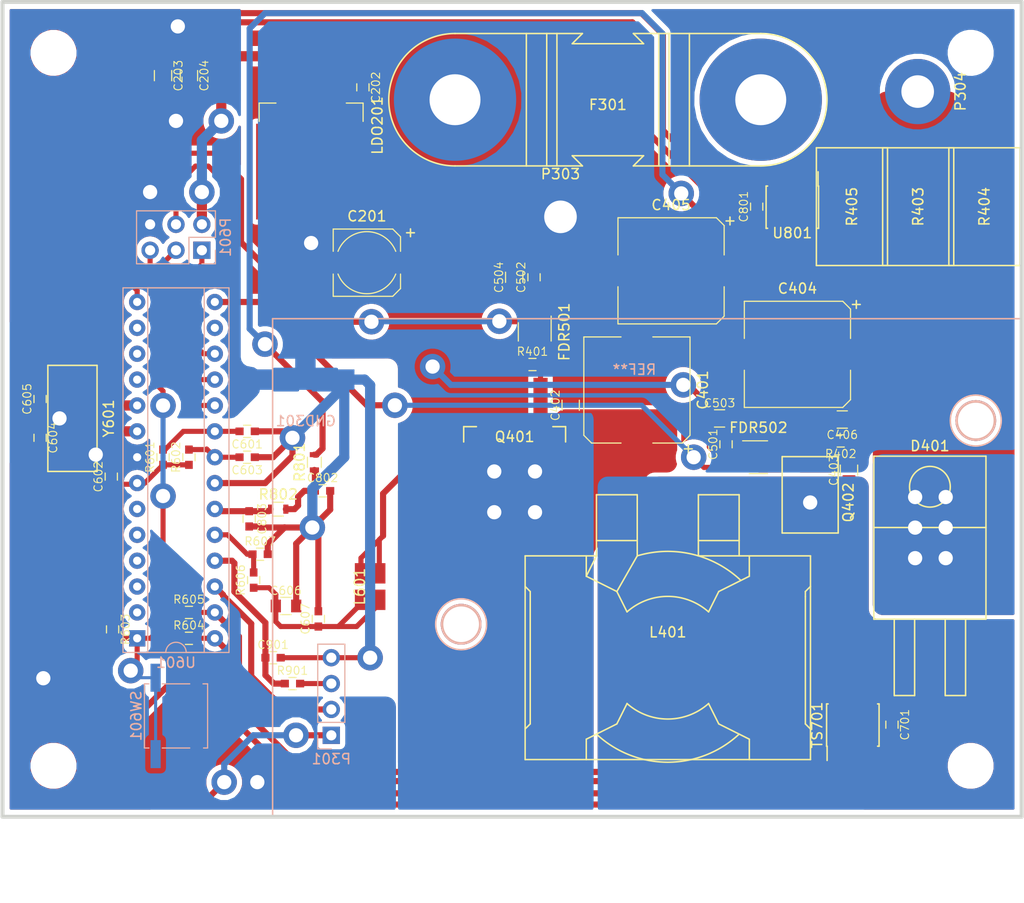
<source format=kicad_pcb>
(kicad_pcb (version 4) (host pcbnew 4.0.1-stable)
  (layers (0 F.Cu signal) (31 B.Cu signal) (34 B.Paste user) (35 F.Paste user) (36 B.SilkS user hide) (37 F.SilkS user hide) (38 B.Mask user) (39 F.Mask user) (44 Edge.Cuts user))
  (net 0 "")
  (net 1 VCC)
  (net 2 GNDPWR)
  (net 3 +5C)
  (net 4 GNDD)
  (net 5 "/Power stage/SwitchNode")
  (net 6 "Net-(C403-Pad2)")
  (net 7 GNDREF)
  (net 8 "Net-(C604-Pad2)")
  (net 9 "Net-(C605-Pad2)")
  (net 10 "Net-(C606-Pad1)")
  (net 11 "/Current Set/CurrentSetFiltered")
  (net 12 /MCU/PowerDriveSignal)
  (net 13 "/MosFET driver/PowerDriveSignal")
  (net 14 /MCU/GateDriveSignal)
  (net 15 "/MosFET driver/SwitchDriveSignal")
  (net 16 /MCU/RESET)
  (net 17 /MCU/MOSI)
  (net 18 /MCU/MISO)
  (net 19 /MCU/SCK)
  (net 20 /MCU/On/Off)
  (net 21 SDA)
  (net 22 SCL)
  (net 23 "/Current Set/CurrentSetInput")
  (net 24 /CurrentSense/CurrentSignal)
  (net 25 "Net-(F301-Pad2)")
  (net 26 "/Power stage/PowerVcc")
  (net 27 /MCU/AREF)
  (net 28 /MCU/AVcc)
  (net 29 /MCU/Vsense)
  (net 30 /CurrentSense/CurrentSignal+)
  (net 31 /CurrentSense/CurrentSignal-)
  (net 32 "Net-(C802-Pad1)")
  (net 33 "Net-(R801-Pad2)")
  (module Housings_SOIC:SOIC-8_3.9x4.9mm_Pitch1.27mm (layer F.Cu) (at 127.5 82.55 270)
    (fp_text reference U801 (at 2.54 0 360) (layer F.SilkS))
    (fp_text value INA282)
    (pad 1 smd rect (at -2.7 -1.905 270) (size 1.55 0.6) (layers F.Cu F.Paste F.Mask) (net 31 /CurrentSense/CurrentSignal-))
    (pad 2 smd rect (at -2.7 -0.635 270) (size 1.55 0.6) (layers F.Cu F.Paste F.Mask) (net 4 GNDD))
    (pad 3 smd rect (at -2.7 0.635 270) (size 1.55 0.6) (layers F.Cu F.Paste F.Mask) (net 4 GNDD))
    (pad 4 smd rect (at -2.7 1.905 270) (size 1.55 0.6) (layers F.Cu F.Paste F.Mask))
    (pad 5 smd rect (at 2.7 1.905 270) (size 1.55 0.6) (layers F.Cu F.Paste F.Mask) (net 33 "Net-(R801-Pad2)"))
    (pad 6 smd rect (at 2.7 0.635 270) (size 1.55 0.6) (layers F.Cu F.Paste F.Mask) (net 3 +5C))
    (pad 7 smd rect (at 2.7 -0.635 270) (size 1.55 0.6) (layers F.Cu F.Paste F.Mask) (net 4 GNDD))
    (pad 8 smd rect (at 2.7 -1.905 270) (size 1.55 0.6) (layers F.Cu F.Paste F.Mask) (net 30 /CurrentSense/CurrentSignal+))
  )
  (module axel:SER2900 (layer F.Cu) (at 115.28 126.785 180)
    (fp_text reference L401 (at 0 2.5 180) (layer F.SilkS))
    (fp_text value INDUCTOR)
    (pad 1 smd rect (at -5.075 14.355 180) (size 5.33 5.59) (layers F.Cu F.Paste F.Mask) (net 5 "/Power stage/SwitchNode"))
    (pad 2 smd rect (at 5.075 14.355 180) (size 5.33 5.59) (layers F.Cu F.Paste F.Mask) (net 26 "/Power stage/PowerVcc"))
    (pad ~ connect rect (at 0 -7.72 180) (size 6.35 5.28) (layers F.Cu F.Mask))
  )
  (module TO_SOT_Packages_SMD:TO-263-3Lead_TabPin4 (layer F.Cu) (at 80.280273 74.479159 270)
    (fp_text reference LDO201 (at 0.05 -6.5 450) (layer F.SilkS))
    (fp_text value NCP5501)
    (pad 2 smd rect (at -4.58 0 270) (size 4.6 1.39) (layers F.Cu F.Paste F.Mask))
    (pad 4 smd rect (at 4.58 0 270) (size 9.4 10.8) (layers F.Cu F.Paste F.Mask) (net 2 GNDPWR))
    (pad 3 smd rect (at -4.58 2.54 270) (size 4.6 1.39) (layers F.Cu F.Paste F.Mask) (net 3 +5C))
    (pad 1 smd rect (at -4.58 -2.54 270) (size 4.6 1.39) (layers F.Cu F.Paste F.Mask) (net 1 VCC))
  )
  (module TO_SOT_Packages_SMD:SOT-23-5 (layer F.Cu) (at 102.222437 94.793047 270)
    (fp_text reference FDR501 (at 0 -2.9 270) (layer F.SilkS))
    (fp_text value SwitchDriver)
    (pad 1 smd rect (at -1.1 -0.95 270) (size 1.06 0.65) (layers F.Cu F.Paste F.Mask) (net 2 GNDPWR))
    (pad 2 smd rect (at -1.1 0 270) (size 1.06 0.65) (layers F.Cu F.Paste F.Mask) (net 1 VCC))
    (pad 3 smd rect (at -1.1 0.95 270) (size 1.06 0.65) (layers F.Cu F.Paste F.Mask) (net 12 /MCU/PowerDriveSignal))
    (pad 4 smd rect (at 1.1 0.95 270) (size 1.06 0.65) (layers F.Cu F.Paste F.Mask) (net 2 GNDPWR))
    (pad 5 smd rect (at 1.1 -0.95 270) (size 1.06 0.65) (layers F.Cu F.Paste F.Mask) (net 13 "/MosFET driver/PowerDriveSignal"))
  )
  (module Oddities:NetTie-II_Connected_SMD (layer B.Cu) (at 79.72 99.48 180)
    (fp_text reference GND301 (at -0.04064 -4.06908 180) (layer B.SilkS) (effects (justify mirror)))
    (fp_text value GroundPoint)
    (fp_line (start 0.762 -1.016) (end 3.048 -1.016) (layer B.Cu) (width 0.3048))
    (fp_line (start 3.048 -0.762) (end 0.762 -0.762) (layer B.Cu) (width 0.3048))
    (fp_line (start 0.762 -0.508) (end 3.048 -0.508) (layer B.Cu) (width 0.3048))
    (fp_line (start 3.048 -0.254) (end 0.762 -0.254) (layer B.Cu) (width 0.3048))
    (fp_line (start 0.762 0) (end 3.048 0) (layer B.Cu) (width 0.3048))
    (fp_line (start 3.048 0.254) (end 0.762 0.254) (layer B.Cu) (width 0.3048))
    (fp_line (start 0.762 0.508) (end 3.048 0.508) (layer B.Cu) (width 0.3048))
    (fp_line (start 3.048 0.762) (end 0.762 0.762) (layer B.Cu) (width 0.3048))
    (fp_line (start 0.762 1.016) (end 3.048 1.016) (layer B.Cu) (width 0.3048))
    (fp_line (start -3.048 1.016) (end -0.762 1.016) (layer B.Cu) (width 0.3048))
    (fp_line (start -0.762 0.762) (end -3.048 0.762) (layer B.Cu) (width 0.3048))
    (fp_line (start -3.048 0.508) (end -0.762 0.508) (layer B.Cu) (width 0.3048))
    (fp_line (start -0.762 0.254) (end -3.048 0.254) (layer B.Cu) (width 0.3048))
    (fp_line (start -3.048 0) (end -0.762 0) (layer B.Cu) (width 0.3048))
    (fp_line (start -0.762 -0.254) (end -3.048 -0.254) (layer B.Cu) (width 0.3048))
    (fp_line (start -3.048 -0.508) (end -0.762 -0.508) (layer B.Cu) (width 0.3048))
    (fp_line (start -0.762 -0.762) (end -3.048 -0.762) (layer B.Cu) (width 0.3048))
    (fp_line (start -3.048 -1.016) (end -0.762 -1.016) (layer B.Cu) (width 0.3048))
    (pad 1 smd rect (at -3.81 0 180) (size 1.99898 1.99898) (layers B.Cu B.Paste B.Mask) (net 7 GNDREF))
    (pad 2 smd rect (at 0 0 180) (size 1.99898 1.99898) (layers B.Cu B.Paste B.Mask) (net 2 GNDPWR))
    (pad 3 smd rect (at 3.81 0 180) (size 1.99898 1.99898) (layers B.Cu B.Paste B.Mask) (net 4 GNDD))
  )
  (module Socket_Strips:Socket_Strip_Straight_1x04_Pitch2.54mm (layer B.Cu) (at 82.26 134.405)
    (fp_text reference P301 (at 0 2.33) (layer B.SilkS) (effects (justify mirror)))
    (fp_text value "On Switch")
    (pad 1 thru_hole rect (at 0 0) (size 1.7 1.7) (drill 1) (layers *.Cu *.Mask) (net 3 +5C))
    (pad 2 thru_hole oval (at 0 -2.54) (size 1.7 1.7) (drill 1) (layers *.Cu *.Mask) (net 20 /MCU/On/Off))
    (pad 3 thru_hole oval (at 0 -5.08) (size 1.7 1.7) (drill 1) (layers *.Cu *.Mask) (net 23 "/Current Set/CurrentSetInput"))
    (pad 4 thru_hole oval (at 0 -7.62) (size 1.7 1.7) (drill 1) (layers *.Cu *.Mask) (net 7 GNDREF))
  )
  (module Mounting_Holes:MountingHole_3.2mm_M3_Pad (layer F.Cu) (at 104.75 83.5)
    (fp_text reference P303 (at 0 -4.2) (layer F.SilkS))
    (fp_text value PowerGND)
    (pad 1 thru_hole circle (at 0 0) (size 6.4 6.4) (drill 3.2) (layers *.Cu *.Mask) (net 2 GNDPWR))
  )
  (module Mounting_Holes:MountingHole_3.2mm_M3_Pad (layer F.Cu) (at 139.8 71.2 270)
    (fp_text reference P304 (at 0 -4.2 270) (layer F.SilkS))
    (fp_text value RegulatedPWR)
    (pad 1 thru_hole circle (at 0 0 270) (size 6.4 6.4) (drill 3.2) (layers *.Cu *.Mask) (net 31 /CurrentSense/CurrentSignal-))
  )
  (module Pin_Headers:Pin_Header_Straight_2x03_Pitch2.54mm (layer B.Cu) (at 69.56 86.78 90)
    (fp_text reference P601 (at 1.27 2.33 90) (layer B.SilkS) (effects (justify mirror)))
    (fp_text value Programmer)
    (pad 1 thru_hole rect (at 0 0 90) (size 1.7 1.7) (drill 1) (layers *.Cu *.Mask) (net 18 /MCU/MISO))
    (pad 2 thru_hole oval (at 2.54 0 90) (size 1.7 1.7) (drill 1) (layers *.Cu *.Mask) (net 3 +5C))
    (pad 3 thru_hole oval (at 0 -2.54 90) (size 1.7 1.7) (drill 1) (layers *.Cu *.Mask) (net 19 /MCU/SCK))
    (pad 4 thru_hole oval (at 2.54 -2.54 90) (size 1.7 1.7) (drill 1) (layers *.Cu *.Mask) (net 17 /MCU/MOSI))
    (pad 5 thru_hole oval (at 0 -5.08 90) (size 1.7 1.7) (drill 1) (layers *.Cu *.Mask) (net 16 /MCU/RESET))
    (pad 6 thru_hole oval (at 2.54 -5.08 90) (size 1.7 1.7) (drill 1) (layers *.Cu *.Mask) (net 4 GNDD))
  )
  (module axel:Button_SMD_6x6mm (layer B.Cu) (at 67.02 132.5 270)
    (fp_text reference SW601 (at 0 3.9 270) (layer B.SilkS) (effects (justify mirror)))
    (fp_text value SW_Push)
    (pad 1 smd rect (at 3.75 2 270) (size 2.75 1) (layers B.Cu B.Paste B.Mask) (net 16 /MCU/RESET))
    (pad 1 smd rect (at -3.75 2 270) (size 2.75 1) (layers B.Cu B.Paste B.Mask) (net 16 /MCU/RESET))
    (pad 2 smd rect (at -3.75 -2 270) (size 2.75 1) (layers B.Cu B.Paste B.Mask) (net 4 GNDD))
    (pad 2 smd rect (at 3.75 -2 270) (size 2.75 1) (layers B.Cu B.Paste B.Mask) (net 4 GNDD))
  )
  (module Housings_SOIC:SOIC-8_3.9x4.9mm_Pitch1.27mm (layer F.Cu) (at 133.436462 133.396926 90)
    (fp_text reference TS701 (at 0 -3.5 90) (layer F.SilkS))
    (fp_text value DS75)
    (pad 1 smd rect (at -2.7 -1.905 90) (size 1.55 0.6) (layers F.Cu F.Paste F.Mask) (net 21 SDA))
    (pad 2 smd rect (at -2.7 -0.635 90) (size 1.55 0.6) (layers F.Cu F.Paste F.Mask) (net 22 SCL))
    (pad 3 smd rect (at -2.7 0.635 90) (size 1.55 0.6) (layers F.Cu F.Paste F.Mask))
    (pad 4 smd rect (at -2.7 1.905 90) (size 1.55 0.6) (layers F.Cu F.Paste F.Mask) (net 4 GNDD))
    (pad 5 smd rect (at 2.7 1.905 90) (size 1.55 0.6) (layers F.Cu F.Paste F.Mask) (net 4 GNDD))
    (pad 6 smd rect (at 2.7 0.635 90) (size 1.55 0.6) (layers F.Cu F.Paste F.Mask) (net 4 GNDD))
    (pad 7 smd rect (at 2.7 -0.635 90) (size 1.55 0.6) (layers F.Cu F.Paste F.Mask) (net 4 GNDD))
    (pad 8 smd rect (at 2.7 -1.905 90) (size 1.55 0.6) (layers F.Cu F.Paste F.Mask) (net 3 +5C))
  )
  (module axel:Crystal_SMD_4.6mmx11.2mm (layer F.Cu) (at 56.86 103.29 90)
    (fp_text reference Y601 (at 0 3.556 90) (layer F.SilkS))
    (fp_text value "16 MHz")
    (pad 1 smd rect (at -3.75 0 90) (size 3 1) (layers F.Cu F.Paste F.Mask) (net 8 "Net-(C604-Pad2)"))
    (pad 2 smd rect (at 3.75 0 90) (size 3 1) (layers F.Cu F.Paste F.Mask) (net 9 "Net-(C605-Pad2)"))
  )
  (module TO_SOT_Packages_SMD:SOT-23-5 (layer F.Cu) (at 124.17 107.1)
    (fp_text reference FDR502 (at 0 -2.9) (layer F.SilkS))
    (fp_text value SwitchDriver)
    (pad 1 smd rect (at -1.1 -0.95) (size 1.06 0.65) (layers F.Cu F.Paste F.Mask) (net 2 GNDPWR))
    (pad 2 smd rect (at -1.1 0) (size 1.06 0.65) (layers F.Cu F.Paste F.Mask) (net 1 VCC))
    (pad 3 smd rect (at -1.1 0.95) (size 1.06 0.65) (layers F.Cu F.Paste F.Mask) (net 14 /MCU/GateDriveSignal))
    (pad 4 smd rect (at 1.1 0.95) (size 1.06 0.65) (layers F.Cu F.Paste F.Mask) (net 2 GNDPWR))
    (pad 5 smd rect (at 1.1 -0.95) (size 1.06 0.65) (layers F.Cu F.Paste F.Mask) (net 15 "/MosFET driver/SwitchDriveSignal"))
  )
  (module Housings_DIP:DIP-28_W7.62mm_Socket (layer B.Cu) (at 63.21 124.88)
    (fp_text reference U601 (at 3.81 2.39) (layer B.SilkS) (effects (justify mirror)))
    (fp_text value ATMEGA328P-PU)
    (pad 1 thru_hole rect (at 0 0) (size 1.6 1.6) (drill 0.8) (layers *.Cu *.Mask) (net 16 /MCU/RESET))
    (pad 15 thru_hole oval (at 7.62 -33.02) (size 1.6 1.6) (drill 0.8) (layers *.Cu *.Mask) (net 14 /MCU/GateDriveSignal))
    (pad 2 thru_hole oval (at 0 -2.54) (size 1.6 1.6) (drill 0.8) (layers *.Cu *.Mask))
    (pad 16 thru_hole oval (at 7.62 -30.48) (size 1.6 1.6) (drill 0.8) (layers *.Cu *.Mask))
    (pad 3 thru_hole oval (at 0 -5.08) (size 1.6 1.6) (drill 0.8) (layers *.Cu *.Mask))
    (pad 17 thru_hole oval (at 7.62 -27.94) (size 1.6 1.6) (drill 0.8) (layers *.Cu *.Mask) (net 17 /MCU/MOSI))
    (pad 4 thru_hole oval (at 0 -7.62) (size 1.6 1.6) (drill 0.8) (layers *.Cu *.Mask))
    (pad 18 thru_hole oval (at 7.62 -25.4) (size 1.6 1.6) (drill 0.8) (layers *.Cu *.Mask) (net 18 /MCU/MISO))
    (pad 5 thru_hole oval (at 0 -10.16) (size 1.6 1.6) (drill 0.8) (layers *.Cu *.Mask))
    (pad 19 thru_hole oval (at 7.62 -22.86) (size 1.6 1.6) (drill 0.8) (layers *.Cu *.Mask) (net 19 /MCU/SCK))
    (pad 6 thru_hole oval (at 0 -12.7) (size 1.6 1.6) (drill 0.8) (layers *.Cu *.Mask))
    (pad 20 thru_hole oval (at 7.62 -20.32) (size 1.6 1.6) (drill 0.8) (layers *.Cu *.Mask) (net 28 /MCU/AVcc))
    (pad 7 thru_hole oval (at 0 -15.24) (size 1.6 1.6) (drill 0.8) (layers *.Cu *.Mask) (net 3 +5C))
    (pad 21 thru_hole oval (at 7.62 -17.78) (size 1.6 1.6) (drill 0.8) (layers *.Cu *.Mask) (net 27 /MCU/AREF))
    (pad 8 thru_hole oval (at 0 -17.78) (size 1.6 1.6) (drill 0.8) (layers *.Cu *.Mask) (net 4 GNDD))
    (pad 22 thru_hole oval (at 7.62 -15.24) (size 1.6 1.6) (drill 0.8) (layers *.Cu *.Mask) (net 7 GNDREF))
    (pad 9 thru_hole oval (at 0 -20.32) (size 1.6 1.6) (drill 0.8) (layers *.Cu *.Mask) (net 8 "Net-(C604-Pad2)"))
    (pad 23 thru_hole oval (at 7.62 -12.7) (size 1.6 1.6) (drill 0.8) (layers *.Cu *.Mask) (net 24 /CurrentSense/CurrentSignal))
    (pad 10 thru_hole oval (at 0 -22.86) (size 1.6 1.6) (drill 0.8) (layers *.Cu *.Mask) (net 9 "Net-(C605-Pad2)"))
    (pad 24 thru_hole oval (at 7.62 -10.16) (size 1.6 1.6) (drill 0.8) (layers *.Cu *.Mask) (net 29 /MCU/Vsense))
    (pad 11 thru_hole oval (at 0 -25.4) (size 1.6 1.6) (drill 0.8) (layers *.Cu *.Mask))
    (pad 25 thru_hole oval (at 7.62 -7.62) (size 1.6 1.6) (drill 0.8) (layers *.Cu *.Mask) (net 11 "/Current Set/CurrentSetFiltered"))
    (pad 12 thru_hole oval (at 0 -27.94) (size 1.6 1.6) (drill 0.8) (layers *.Cu *.Mask))
    (pad 26 thru_hole oval (at 7.62 -5.08) (size 1.6 1.6) (drill 0.8) (layers *.Cu *.Mask) (net 20 /MCU/On/Off))
    (pad 13 thru_hole oval (at 0 -30.48) (size 1.6 1.6) (drill 0.8) (layers *.Cu *.Mask))
    (pad 27 thru_hole oval (at 7.62 -2.54) (size 1.6 1.6) (drill 0.8) (layers *.Cu *.Mask) (net 21 SDA))
    (pad 14 thru_hole oval (at 0 -33.02) (size 1.6 1.6) (drill 0.8) (layers *.Cu *.Mask) (net 12 /MCU/PowerDriveSignal))
    (pad 28 thru_hole oval (at 7.62 0) (size 1.6 1.6) (drill 0.8) (layers *.Cu *.Mask) (net 22 SCL))
  )
  (module Capacitors_SMD:CP_Elec_6.3x5.3 (layer F.Cu) (at 85.75 88 180)
    (fp_text reference C201 (at 0 4.5593 180) (layer F.SilkS))
    (fp_text value "10 uF")
    (fp_text user + (at -4.2799 3.0099 180) (layer F.SilkS))
    (pad 1 smd rect (at -2.7 0) (size 3.5 1.6) (layers F.Cu F.Paste F.Mask) (net 1 VCC))
    (pad 2 smd rect (at 2.7 0) (size 3.5 1.6) (layers F.Cu F.Paste F.Mask) (net 2 GNDPWR))
  )
  (module axel:PG-TDSON-8 (layer F.Cu) (at 129.25 109.045 180)
    (fp_text reference Q402 (at -3.75 -2.5 270) (layer F.SilkS))
    (fp_text value BSC016N04LS)
    (pad 8 smd rect (at 0 -2.5 180) (size 4.7 4.5) (layers F.Cu F.Paste F.Mask) (net 5 "/Power stage/SwitchNode"))
    (pad 8 smd rect (at -2 -5 180) (size 0.7 0.5) (layers F.Cu F.Paste F.Mask) (net 5 "/Power stage/SwitchNode"))
    (pad 7 smd rect (at -0.65 -5 180) (size 0.7 0.5) (layers F.Cu F.Paste F.Mask) (net 5 "/Power stage/SwitchNode"))
    (pad 6 smd rect (at 0.65 -5) (size 0.7 0.5) (layers F.Cu F.Paste F.Mask) (net 5 "/Power stage/SwitchNode"))
    (pad 5 smd rect (at 2 -5 180) (size 0.7 0.5) (layers F.Cu F.Paste F.Mask) (net 5 "/Power stage/SwitchNode"))
    (pad 1 smd rect (at -1.905 1.25 180) (size 0.65 1.2) (layers F.Cu F.Paste F.Mask) (net 2 GNDPWR))
    (pad 2 connect rect (at -0.635 1.25 180) (size 0.65 1.2) (layers F.Cu F.Mask) (net 2 GNDPWR))
    (pad 3 smd rect (at 0.635 1.25 180) (size 0.65 1.2) (layers F.Cu F.Paste F.Mask) (net 2 GNDPWR))
    (pad 4 smd rect (at 1.905 1.25 180) (size 0.65 1.2) (layers F.Cu F.Paste F.Mask) (net 15 "/MosFET driver/SwitchDriveSignal"))
    (pad 1 smd rect (at -0.635 0.95 180) (size 3.2 0.6) (layers F.Cu F.Paste F.Mask) (net 2 GNDPWR))
    (pad 8 smd rect (at 0 -2.5 180) (size 4.7 4.5) (layers B.Cu F.Paste F.Mask) (net 5 "/Power stage/SwitchNode"))
  )
  (module axel:C_0603_CustomText (layer F.Cu) (at 74.005 104.56 180)
    (fp_text reference C601 (at 0 -1.27 180) (layer F.SilkS) (effects (font (size 0.8 0.8) (thickness 0.1))))
    (fp_text value "100 nF")
    (pad 1 smd rect (at -0.75 0 180) (size 0.8 0.75) (layers F.Cu F.Paste F.Mask) (net 7 GNDREF))
    (pad 2 smd rect (at 0.75 0 180) (size 0.8 0.75) (layers F.Cu F.Paste F.Mask) (net 28 /MCU/AVcc))
  )
  (module axel:C_0603_CustomText (layer F.Cu) (at 74.005 107.1 180)
    (fp_text reference C603 (at 0 -1.27 180) (layer F.SilkS) (effects (font (size 0.8 0.8) (thickness 0.1))))
    (fp_text value "100 nF")
    (pad 1 smd rect (at -0.75 0 180) (size 0.8 0.75) (layers F.Cu F.Paste F.Mask) (net 7 GNDREF))
    (pad 2 smd rect (at 0.75 0 180) (size 0.8 0.75) (layers F.Cu F.Paste F.Mask) (net 27 /MCU/AREF))
  )
  (module axel:C_0603_CustomText (layer F.Cu) (at 53.685 105.195 270)
    (fp_text reference C604 (at 0 -1.27 270) (layer F.SilkS) (effects (font (size 0.8 0.8) (thickness 0.1))))
    (fp_text value "20 pF")
    (pad 1 smd rect (at -0.75 0 270) (size 0.8 0.75) (layers F.Cu F.Paste F.Mask) (net 4 GNDD))
    (pad 2 smd rect (at 0.75 0 270) (size 0.8 0.75) (layers F.Cu F.Paste F.Mask) (net 8 "Net-(C604-Pad2)"))
  )
  (module axel:C_0603_CustomText (layer F.Cu) (at 60.67 109.005 90)
    (fp_text reference C602 (at 0 -1.27 90) (layer F.SilkS) (effects (font (size 0.8 0.8) (thickness 0.1))))
    (fp_text value "100 nF")
    (pad 1 smd rect (at -0.75 0 90) (size 0.8 0.75) (layers F.Cu F.Paste F.Mask) (net 3 +5C))
    (pad 2 smd rect (at 0.75 0 90) (size 0.8 0.75) (layers F.Cu F.Paste F.Mask) (net 4 GNDD))
  )
  (module axel:C_0603_CustomText (layer F.Cu) (at 102 98)
    (fp_text reference R401 (at 0 -1.27) (layer F.SilkS) (effects (font (size 0.8 0.8) (thickness 0.1))))
    (fp_text value "2k Ohm")
    (pad 1 smd rect (at -0.75 0) (size 0.8 0.75) (layers F.Cu F.Paste F.Mask) (net 1 VCC))
    (pad 2 smd rect (at 0.75 0) (size 0.8 0.75) (layers F.Cu F.Paste F.Mask) (net 13 "/MosFET driver/PowerDriveSignal"))
  )
  (module axel:C_0603_CustomText (layer F.Cu) (at 65.75 107.1 90)
    (fp_text reference R601 (at 0 -1.27 90) (layer F.SilkS) (effects (font (size 0.8 0.8) (thickness 0.1))))
    (fp_text value "100 Ohm")
    (pad 1 smd rect (at -0.75 0 90) (size 0.8 0.75) (layers F.Cu F.Paste F.Mask) (net 3 +5C))
    (pad 2 smd rect (at 0.75 0 90) (size 0.8 0.75) (layers F.Cu F.Paste F.Mask) (net 28 /MCU/AVcc))
  )
  (module axel:C_0603_CustomText (layer F.Cu) (at 68.29 107.1 90)
    (fp_text reference R602 (at 0 -1.27 90) (layer F.SilkS) (effects (font (size 0.8 0.8) (thickness 0.1))))
    (fp_text value "100 Ohm")
    (pad 1 smd rect (at -0.75 0 90) (size 0.8 0.75) (layers F.Cu F.Paste F.Mask) (net 3 +5C))
    (pad 2 smd rect (at 0.75 0 90) (size 0.8 0.75) (layers F.Cu F.Paste F.Mask) (net 27 /MCU/AREF))
  )
  (module axel:C_0603_CustomText (layer F.Cu) (at 60.8 124 270)
    (fp_text reference R603 (at 0 -1.27 270) (layer F.SilkS) (effects (font (size 0.8 0.8) (thickness 0.1))))
    (fp_text value "10k Ohm")
    (pad 1 smd rect (at -0.75 0 270) (size 0.8 0.75) (layers F.Cu F.Paste F.Mask) (net 3 +5C))
    (pad 2 smd rect (at 0.75 0 270) (size 0.8 0.75) (layers F.Cu F.Paste F.Mask) (net 16 /MCU/RESET))
  )
  (module axel:C_0603_CustomText (layer F.Cu) (at 68.29 124.88)
    (fp_text reference R604 (at 0 -1.27) (layer F.SilkS) (effects (font (size 0.8 0.8) (thickness 0.1))))
    (fp_text value 4.7k)
    (pad 1 smd rect (at -0.75 0) (size 0.8 0.75) (layers F.Cu F.Paste F.Mask) (net 3 +5C))
    (pad 2 smd rect (at 0.75 0) (size 0.8 0.75) (layers F.Cu F.Paste F.Mask) (net 22 SCL))
  )
  (module axel:C_0603_CustomText (layer F.Cu) (at 68.29 122.34)
    (fp_text reference R605 (at 0 -1.27) (layer F.SilkS) (effects (font (size 0.8 0.8) (thickness 0.1))))
    (fp_text value 4.7k)
    (pad 1 smd rect (at -0.75 0) (size 0.8 0.75) (layers F.Cu F.Paste F.Mask) (net 3 +5C))
    (pad 2 smd rect (at 0.75 0) (size 0.8 0.75) (layers F.Cu F.Paste F.Mask) (net 21 SDA))
  )
  (module axel:C_0603_CustomText (layer F.Cu) (at 74.64 119.165 90)
    (fp_text reference R606 (at 0 -1.27 90) (layer F.SilkS) (effects (font (size 0.8 0.8) (thickness 0.1))))
    (fp_text value "4.7 kOhm")
    (pad 1 smd rect (at -0.75 0 90) (size 0.8 0.75) (layers F.Cu F.Paste F.Mask) (net 10 "Net-(C606-Pad1)"))
    (pad 2 smd rect (at 0.75 0 90) (size 0.8 0.75) (layers F.Cu F.Paste F.Mask) (net 29 /MCU/Vsense))
  )
  (module axel:C_0603_CustomText (layer F.Cu) (at 75.275 116.625)
    (fp_text reference R607 (at 0 -1.27) (layer F.SilkS) (effects (font (size 0.8 0.8) (thickness 0.1))))
    (fp_text value "4.7 kOhm")
    (pad 1 smd rect (at -0.75 0) (size 0.8 0.75) (layers F.Cu F.Paste F.Mask) (net 29 /MCU/Vsense))
    (pad 2 smd rect (at 0.75 0) (size 0.8 0.75) (layers F.Cu F.Paste F.Mask) (net 7 GNDREF))
  )
  (module axel:C_0603_CustomText (layer F.Cu) (at 78.45 129.325)
    (fp_text reference R901 (at 0 -1.27) (layer F.SilkS) (effects (font (size 0.8 0.8) (thickness 0.1))))
    (fp_text value 47k)
    (pad 1 smd rect (at -0.75 0) (size 0.8 0.75) (layers F.Cu F.Paste F.Mask) (net 11 "/Current Set/CurrentSetFiltered"))
    (pad 2 smd rect (at 0.75 0) (size 0.8 0.75) (layers F.Cu F.Paste F.Mask) (net 23 "/Current Set/CurrentSetInput"))
  )
  (module axel:Chipdrossel (layer F.Cu) (at 86.07 119.8 270)
    (fp_text reference L601 (at 0 1.016 270) (layer F.SilkS))
    (fp_text value "80 uH")
    (pad 1 smd rect (at -1.3 -0.9 270) (size 2 1.2) (layers F.Cu F.Paste F.Mask) (net 1 VCC))
    (pad 1 smd rect (at -1.3 0.9 270) (size 2 1.2) (layers F.Cu F.Paste F.Mask) (net 1 VCC))
    (pad 2 smd rect (at 1.3 -0.9 270) (size 2 1.2) (layers F.Cu F.Paste F.Mask) (net 10 "Net-(C606-Pad1)"))
    (pad 2 smd rect (at 1.3 0.9 270) (size 2 1.2) (layers F.Cu F.Paste F.Mask) (net 10 "Net-(C606-Pad1)"))
  )
  (module axel:C_0603_CustomText (layer F.Cu) (at 124 82.5 90)
    (fp_text reference C801 (at 0 -1.27 90) (layer F.SilkS) (effects (font (size 0.8 0.8) (thickness 0.1))))
    (fp_text value C_Small)
    (pad 1 smd rect (at -0.75 0 90) (size 0.8 0.75) (layers F.Cu F.Paste F.Mask) (net 3 +5C))
    (pad 2 smd rect (at 0.75 0 90) (size 0.8 0.75) (layers F.Cu F.Paste F.Mask) (net 4 GNDD))
  )
  (module axel:C_0603_CustomText (layer F.Cu) (at 132.25 105.5 180)
    (fp_text reference R402 (at 0 -1.27 180) (layer F.SilkS) (effects (font (size 0.8 0.8) (thickness 0.1))))
    (fp_text value "5 Ohm")
    (pad 1 smd rect (at -0.75 0 180) (size 0.8 0.75) (layers F.Cu F.Paste F.Mask) (net 6 "Net-(C403-Pad2)"))
    (pad 2 smd rect (at 0.75 0 180) (size 0.8 0.75) (layers F.Cu F.Paste F.Mask) (net 2 GNDPWR))
  )
  (module axel:C_0603_CustomText (layer F.Cu) (at 85.360273 70.784159 270)
    (fp_text reference C202 (at 0 -1.27 270) (layer F.SilkS) (effects (font (size 0.8 0.8) (thickness 0.1))))
    (fp_text value "100 nF")
    (pad 1 smd rect (at -0.75 0 270) (size 0.8 0.75) (layers F.Cu F.Paste F.Mask) (net 1 VCC))
    (pad 2 smd rect (at 0.75 0 270) (size 0.8 0.75) (layers F.Cu F.Paste F.Mask) (net 2 GNDPWR))
  )
  (module axel:C_0805_CustomText (layer F.Cu) (at 65.75 69.635 270)
    (fp_text reference C203 (at 0 -1.5 270) (layer F.SilkS) (effects (font (size 0.8 0.8) (thickness 0.1))))
    (fp_text value "4.7 uF")
    (pad 1 smd rect (at -1 0 270) (size 1 1.25) (layers F.Cu F.Paste F.Mask) (net 3 +5C))
    (pad 2 smd rect (at 1 0 270) (size 1 1.25) (layers F.Cu F.Paste F.Mask) (net 4 GNDD))
  )
  (module axel:C_0805_CustomText (layer F.Cu) (at 68.29 69.635 270)
    (fp_text reference C204 (at 0 -1.5 270) (layer F.SilkS) (effects (font (size 0.8 0.8) (thickness 0.1))))
    (fp_text value "100 nF")
    (pad 1 smd rect (at -1 0 270) (size 1 1.25) (layers F.Cu F.Paste F.Mask) (net 3 +5C))
    (pad 2 smd rect (at 1 0 270) (size 1 1.25) (layers F.Cu F.Paste F.Mask) (net 4 GNDD))
  )
  (module axel:C_0805_CustomText (layer F.Cu) (at 105.75 102 90)
    (fp_text reference C402 (at 0 -1.5 90) (layer F.SilkS) (effects (font (size 0.8 0.8) (thickness 0.1))))
    (fp_text value "1 uF")
    (pad 1 smd rect (at -1 0 90) (size 1 1.25) (layers F.Cu F.Paste F.Mask) (net 26 "/Power stage/PowerVcc"))
    (pad 2 smd rect (at 1 0 90) (size 1 1.25) (layers F.Cu F.Paste F.Mask) (net 2 GNDPWR))
  )
  (module axel:C_0805_CustomText (layer F.Cu) (at 133.06 108.37 90)
    (fp_text reference C403 (at 0 -1.5 90) (layer F.SilkS) (effects (font (size 0.8 0.8) (thickness 0.1))))
    (fp_text value "1 uF")
    (pad 1 smd rect (at -1 0 90) (size 1 1.25) (layers F.Cu F.Paste F.Mask) (net 5 "/Power stage/SwitchNode"))
    (pad 2 smd rect (at 1 0 90) (size 1 1.25) (layers F.Cu F.Paste F.Mask) (net 6 "Net-(C403-Pad2)"))
  )
  (module axel:C_0805_CustomText (layer F.Cu) (at 132.4 103.4 180)
    (fp_text reference C406 (at 0 -1.5 180) (layer F.SilkS) (effects (font (size 0.8 0.8) (thickness 0.1))))
    (fp_text value "1 uF")
    (pad 1 smd rect (at -1 0 180) (size 1 1.25) (layers F.Cu F.Paste F.Mask) (net 30 /CurrentSense/CurrentSignal+))
    (pad 2 smd rect (at 1 0 180) (size 1 1.25) (layers F.Cu F.Paste F.Mask) (net 2 GNDPWR))
  )
  (module axel:C_0603_CustomText (layer F.Cu) (at 120.995 105.83 90)
    (fp_text reference C501 (at 0 -1.27 90) (layer F.SilkS) (effects (font (size 0.8 0.8) (thickness 0.1))))
    (fp_text value "100 nF")
    (pad 1 smd rect (at -0.75 0 90) (size 0.8 0.75) (layers F.Cu F.Paste F.Mask) (net 1 VCC))
    (pad 2 smd rect (at 0.75 0 90) (size 0.8 0.75) (layers F.Cu F.Paste F.Mask) (net 2 GNDPWR))
  )
  (module axel:C_0603_CustomText (layer F.Cu) (at 102.152993 89.432771 90)
    (fp_text reference C502 (at 0 -1.27 90) (layer F.SilkS) (effects (font (size 0.8 0.8) (thickness 0.1))))
    (fp_text value "100 nF")
    (pad 1 smd rect (at -0.75 0 90) (size 0.8 0.75) (layers F.Cu F.Paste F.Mask) (net 1 VCC))
    (pad 2 smd rect (at 0.75 0 90) (size 0.8 0.75) (layers F.Cu F.Paste F.Mask) (net 2 GNDPWR))
  )
  (module axel:C_0805_CustomText (layer F.Cu) (at 120.36 103.29)
    (fp_text reference C503 (at 0 -1.5) (layer F.SilkS) (effects (font (size 0.8 0.8) (thickness 0.1))))
    (fp_text value "1 uF")
    (pad 1 smd rect (at -1 0) (size 1 1.25) (layers F.Cu F.Paste F.Mask) (net 1 VCC))
    (pad 2 smd rect (at 1 0) (size 1 1.25) (layers F.Cu F.Paste F.Mask) (net 2 GNDPWR))
  )
  (module axel:C_0805_CustomText (layer F.Cu) (at 100.208755 89.432771 90)
    (fp_text reference C504 (at 0 -1.5 90) (layer F.SilkS) (effects (font (size 0.8 0.8) (thickness 0.1))))
    (fp_text value "1 uF")
    (pad 1 smd rect (at -1 0 90) (size 1 1.25) (layers F.Cu F.Paste F.Mask) (net 1 VCC))
    (pad 2 smd rect (at 1 0 90) (size 1 1.25) (layers F.Cu F.Paste F.Mask) (net 2 GNDPWR))
  )
  (module axel:C_0603_CustomText (layer F.Cu) (at 53.685 101.385 90)
    (fp_text reference C605 (at 0 -1.27 90) (layer F.SilkS) (effects (font (size 0.8 0.8) (thickness 0.1))))
    (fp_text value "20 pF")
    (pad 1 smd rect (at -0.75 0 90) (size 0.8 0.75) (layers F.Cu F.Paste F.Mask) (net 4 GNDD))
    (pad 2 smd rect (at 0.75 0 90) (size 0.8 0.75) (layers F.Cu F.Paste F.Mask) (net 9 "Net-(C605-Pad2)"))
  )
  (module axel:C_0805_CustomText (layer F.Cu) (at 77.815 121.705)
    (fp_text reference C606 (at 0 -1.5) (layer F.SilkS) (effects (font (size 0.8 0.8) (thickness 0.1))))
    (fp_text value "1 uF")
    (pad 1 smd rect (at -1 0) (size 1 1.25) (layers F.Cu F.Paste F.Mask) (net 10 "Net-(C606-Pad1)"))
    (pad 2 smd rect (at 1 0) (size 1 1.25) (layers F.Cu F.Paste F.Mask) (net 7 GNDREF))
  )
  (module axel:C_0603_CustomText (layer F.Cu) (at 80.99 122.975 90)
    (fp_text reference C607 (at 0 -1.27 90) (layer F.SilkS) (effects (font (size 0.8 0.8) (thickness 0.1))))
    (fp_text value "100 nF")
    (pad 1 smd rect (at -0.75 0 90) (size 0.8 0.75) (layers F.Cu F.Paste F.Mask) (net 10 "Net-(C606-Pad1)"))
    (pad 2 smd rect (at 0.75 0 90) (size 0.8 0.75) (layers F.Cu F.Paste F.Mask) (net 7 GNDREF))
  )
  (module axel:C_0603_CustomText (layer F.Cu) (at 137.275 133.36 270)
    (fp_text reference C701 (at 0 -1.27 270) (layer F.SilkS) (effects (font (size 0.8 0.8) (thickness 0.1))))
    (fp_text value "100 nF")
    (pad 1 smd rect (at -0.75 0 270) (size 0.8 0.75) (layers F.Cu F.Paste F.Mask) (net 3 +5C))
    (pad 2 smd rect (at 0.75 0 270) (size 0.8 0.75) (layers F.Cu F.Paste F.Mask) (net 4 GNDD))
  )
  (module axel:C_0603_CustomText (layer F.Cu) (at 76.545 126.785)
    (fp_text reference C901 (at 0 -1.27) (layer F.SilkS) (effects (font (size 0.8 0.8) (thickness 0.1))))
    (fp_text value "100 nF")
    (pad 1 smd rect (at -0.75 0) (size 0.8 0.75) (layers F.Cu F.Paste F.Mask) (net 11 "/Current Set/CurrentSetFiltered"))
    (pad 2 smd rect (at 0.75 0) (size 0.8 0.75) (layers F.Cu F.Paste F.Mask) (net 7 GNDREF))
  )
  (module axel:Littlefuse_30mm_M5 (layer F.Cu) (at 109.4 72)
    (fp_text reference F301 (at 0 0.5) (layer F.SilkS))
    (fp_text value Fuse)
    (pad 2 thru_hole circle (at 15 0) (size 12 12) (drill 5) (layers *.Cu *.Mask) (net 25 "Net-(F301-Pad2)"))
    (pad 1 thru_hole circle (at -15 0) (size 12 12) (drill 5) (layers *.Cu *.Mask) (net 1 VCC))
  )
  (module axel:TO-263-3Lead_NoPin2 (layer F.Cu) (at 100.25 106.175 270)
    (fp_text reference Q401 (at -1.075 0 360) (layer F.SilkS))
    (fp_text value IRF4905S)
    (pad 2 smd rect (at 4.575 0 270) (size 9.4 10.8) (layers F.Cu F.Paste F.Mask) (net 26 "/Power stage/PowerVcc"))
    (pad 3 smd rect (at -4.575 2.54 270) (size 4.6 1.39) (layers F.Cu F.Paste F.Mask) (net 1 VCC))
    (pad 1 smd rect (at -4.575 -2.54 270) (size 4.6 1.39) (layers F.Cu F.Paste F.Mask) (net 13 "/MosFET driver/PowerDriveSignal"))
  )
  (module Capacitors_SMD:CP_Elec_10x10.5 (layer F.Cu) (at 112.25 100.5 90)
    (fp_text reference C401 (at 0 6.46 90) (layer F.SilkS))
    (fp_text value "470 uF")
    (fp_text user + (at -5.78 4.97 90) (layer F.SilkS))
    (pad 1 smd rect (at -4 0 270) (size 4 2.5) (layers F.Cu F.Paste F.Mask) (net 26 "/Power stage/PowerVcc"))
    (pad 2 smd rect (at 4 0 270) (size 4 2.5) (layers F.Cu F.Paste F.Mask) (net 2 GNDPWR))
  )
  (module Capacitors_SMD:CP_Elec_10x10.5 (layer F.Cu) (at 128 97 180)
    (fp_text reference C404 (at 0 6.46 180) (layer F.SilkS))
    (fp_text value "470 uF")
    (fp_text user + (at -5.78 4.97 180) (layer F.SilkS))
    (pad 1 smd rect (at -4 0) (size 4 2.5) (layers F.Cu F.Paste F.Mask) (net 30 /CurrentSense/CurrentSignal+))
    (pad 2 smd rect (at 4 0) (size 4 2.5) (layers F.Cu F.Paste F.Mask) (net 2 GNDPWR))
  )
  (module Capacitors_SMD:CP_Elec_10x10.5 (layer F.Cu) (at 115.6 88.8 180)
    (fp_text reference C405 (at 0 6.46 180) (layer F.SilkS))
    (fp_text value "470 uF")
    (fp_text user + (at -5.78 4.97 180) (layer F.SilkS))
    (pad 1 smd rect (at -4 0) (size 4 2.5) (layers F.Cu F.Paste F.Mask) (net 30 /CurrentSense/CurrentSignal+))
    (pad 2 smd rect (at 4 0) (size 4 2.5) (layers F.Cu F.Paste F.Mask) (net 2 GNDPWR))
  )
  (module axel:Heatsink_73.5x49 (layer B.Cu) (at 150 93.5 180)
    (fp_text reference REF** (at 38 -5 180) (layer B.SilkS) (effects (justify mirror)))
    (fp_text value Heatsink_73.5x49)
    (pad "" np_thru_hole circle (at 4.5 -10 180) (size 4 4) (drill 3.5) (layers *.Cu *.Mask B.SilkS))
    (pad "" np_thru_hole circle (at 55 -30 180) (size 4 4) (drill 3.5) (layers *.Cu *.Mask B.SilkS))
  )
  (module axel:TO220AB-SMD (layer F.Cu) (at 141 123)
    (fp_text reference D401 (at 0 -17 180) (layer F.SilkS))
    (fp_text value D_Schottky)
    (pad 1 smd rect (at 0 -12.25) (size 10 6.5) (layers F.Cu F.Paste F.Mask) (net 30 /CurrentSense/CurrentSignal+))
    (pad 1 smd trapezoid (at 0 -5.8) (size 8 6.5) (rect_delta 0 1.5) (layers F.Cu F.Paste F.Mask) (net 30 /CurrentSense/CurrentSignal+))
    (pad 2 smd rect (at -2.54 4.5) (size 1 5) (layers F.Cu F.Paste F.Mask) (net 5 "/Power stage/SwitchNode"))
    (pad 2 smd rect (at 2.54 4.5) (size 1 5) (layers F.Cu F.Paste F.Mask) (net 5 "/Power stage/SwitchNode"))
  )
  (module EuroBoard_Outline:EuroBoard_halb_Type-I_100mmX80mm_holes (layer F.Cu) (at 50 142.4)
    (fp_text reference REF** (at 54.61 -86.36) (layer F.SilkS))
    (fp_text value EuroBoard_halb_Type-I_100mmX80mm_holes)
    (fp_line (start 0 0) (end 0 -79.99984) (layer Edge.Cuts) (width 0.381))
    (fp_line (start 0 -79.99984) (end 99.9998 -79.99984) (layer Edge.Cuts) (width 0.381))
    (fp_line (start 99.9998 -79.99984) (end 99.9998 0) (layer Edge.Cuts) (width 0.381))
    (fp_line (start 99.9998 0) (end 0 0) (layer Edge.Cuts) (width 0.381))
    (pad "" np_thru_hole circle (at 5.00126 -5.00126) (size 3.50012 3.50012) (drill 3.50012) (layers *.Cu *.Mask))
    (pad "" np_thru_hole circle (at 5.00126 -75.00112) (size 3.50012 3.50012) (drill 3.50012) (layers *.Cu *.Mask))
    (pad "" np_thru_hole circle (at 95.00108 -75.00112) (size 3.50012 3.50012) (drill 3.50012) (layers *.Cu *.Mask))
    (pad "" np_thru_hole circle (at 95.00108 -5.00126) (size 3.50012 3.50012) (drill 3.50012) (layers *.Cu *.Mask))
  )
  (module axel:C_0603_CustomText (layer F.Cu) (at 81.4 110.4)
    (fp_text reference C802 (at 0 -1.27) (layer F.SilkS) (effects (font (size 0.8 0.8) (thickness 0.1))))
    (fp_text value "680 nF")
    (pad 1 smd rect (at -0.75 0) (size 0.8 0.75) (layers F.Cu F.Paste F.Mask) (net 32 "Net-(C802-Pad1)"))
    (pad 2 smd rect (at 0.75 0) (size 0.8 0.75) (layers F.Cu F.Paste F.Mask) (net 7 GNDREF))
  )
  (module axel:C_0603_CustomText (layer F.Cu) (at 74.2 113.15 270)
    (fp_text reference C803 (at 0 -1.27 270) (layer F.SilkS) (effects (font (size 0.8 0.8) (thickness 0.1))))
    (fp_text value "680 nF")
    (pad 1 smd rect (at -0.75 0 270) (size 0.8 0.75) (layers F.Cu F.Paste F.Mask) (net 24 /CurrentSense/CurrentSignal))
    (pad 2 smd rect (at 0.75 0 270) (size 0.8 0.75) (layers F.Cu F.Paste F.Mask) (net 7 GNDREF))
  )
  (module axel:R_0603_CustomText (layer F.Cu) (at 80.6 107.6 90)
    (fp_text reference R801 (at 0 -1.45 90) (layer F.SilkS))
    (fp_text value 6k)
    (pad 1 smd rect (at -0.75 0 90) (size 0.5 0.9) (layers F.Cu F.Paste F.Mask) (net 32 "Net-(C802-Pad1)"))
    (pad 2 smd rect (at 0.75 0 90) (size 0.5 0.9) (layers F.Cu F.Paste F.Mask) (net 33 "Net-(R801-Pad2)"))
  )
  (module axel:R_0603_CustomText (layer F.Cu) (at 77.05 112.2)
    (fp_text reference R802 (at 0 -1.45) (layer F.SilkS))
    (fp_text value 6k)
    (pad 1 smd rect (at -0.75 0) (size 0.5 0.9) (layers F.Cu F.Paste F.Mask) (net 24 /CurrentSense/CurrentSignal))
    (pad 2 smd rect (at 0.75 0) (size 0.5 0.9) (layers F.Cu F.Paste F.Mask) (net 32 "Net-(C802-Pad1)"))
  )
  (module axel:R-SMD-4527 (layer F.Cu) (at 133.35 82.5 90)
    (fp_text reference R405 (at 0 0 90) (layer F.SilkS))
    (fp_text value "0.002 Ohm")
    (pad 1 smd rect (at -4.575 0 90) (size 3.94 5.84) (layers F.Cu F.Paste F.Mask) (net 30 /CurrentSense/CurrentSignal+))
    (pad 2 smd rect (at 4.575 0 90) (size 3.94 5.84) (layers F.Cu F.Paste F.Mask) (net 31 /CurrentSense/CurrentSignal-))
  )
  (module axel:R-SMD-4527 (layer F.Cu) (at 146.35 82.5 90)
    (fp_text reference R404 (at 0 0 90) (layer F.SilkS))
    (fp_text value "0.002 Ohm")
    (pad 1 smd rect (at -4.575 0 90) (size 3.94 5.84) (layers F.Cu F.Paste F.Mask) (net 30 /CurrentSense/CurrentSignal+))
    (pad 2 smd rect (at 4.575 0 90) (size 3.94 5.84) (layers F.Cu F.Paste F.Mask) (net 31 /CurrentSense/CurrentSignal-))
  )
  (module axel:R-SMD-4527 (layer F.Cu) (at 139.85 82.5 90)
    (fp_text reference R403 (at 0 0 90) (layer F.SilkS))
    (fp_text value "0.002 Ohm")
    (pad 1 smd rect (at -4.575 0 90) (size 3.94 5.84) (layers F.Cu F.Paste F.Mask) (net 30 /CurrentSense/CurrentSignal+))
    (pad 2 smd rect (at 4.575 0 90) (size 3.94 5.84) (layers F.Cu F.Paste F.Mask) (net 31 /CurrentSense/CurrentSignal-))
  )
  (segment (start 92.2 98.2) (end 92.2 96.432234) (width 0.6) (layer F.Cu) (net 1))
  (segment (start 92.2 96.432234) (end 88.45 92.682234) (width 0.6) (layer F.Cu) (net 1))
  (segment (start 88.45 92.682234) (end 88.45 89.8) (width 0.6) (layer F.Cu) (net 1))
  (segment (start 94 100) (end 92.2 98.2) (width 0.6) (layer B.Cu) (net 1))
  (via (at 92.2 98.2) (size 2.5) (drill 1.4) (layers F.Cu B.Cu) (net 1))
  (segment (start 116.8 100) (end 94 100) (width 0.6) (layer B.Cu) (net 1))
  (segment (start 117.295 100) (end 116.8 100) (width 0.6) (layer F.Cu) (net 1))
  (via (at 116.8 100) (size 2.5) (drill 1.4) (layers F.Cu B.Cu) (net 1))
  (segment (start 119.36 103.29) (end 119.36 102.065) (width 0.6) (layer F.Cu) (net 1))
  (segment (start 119.36 102.065) (end 117.295 100) (width 0.6) (layer F.Cu) (net 1))
  (segment (start 100.208755 90.432771) (end 89.082771 90.432771) (width 0.6) (layer F.Cu) (net 1))
  (segment (start 89.082771 90.432771) (end 88.45 89.8) (width 0.6) (layer F.Cu) (net 1))
  (segment (start 102.222437 91.752215) (end 102.152993 91.682771) (width 0.6) (layer F.Cu) (net 1))
  (segment (start 102.152993 91.682771) (end 102.152993 90.182771) (width 0.6) (layer F.Cu) (net 1))
  (segment (start 87.34 114.83) (end 87.34 110.675) (width 0.6) (layer F.Cu) (net 1))
  (segment (start 87.34 110.675) (end 96.415 101.6) (width 0.6) (layer F.Cu) (net 1))
  (segment (start 96.415 101.6) (end 97.71 101.6) (width 0.6) (layer F.Cu) (net 1))
  (segment (start 101.25 98) (end 98.25 98) (width 0.6) (layer F.Cu) (net 1))
  (segment (start 98.25 98) (end 97.75 98.5) (width 0.6) (layer F.Cu) (net 1))
  (segment (start 97.75 98.5) (end 97.15 98.5) (width 1) (layer F.Cu) (net 1))
  (segment (start 97.15 98.5) (end 88.45 89.8) (width 1) (layer F.Cu) (net 1))
  (segment (start 88.45 89.8) (end 88.45 88) (width 1) (layer F.Cu) (net 1))
  (segment (start 97.75 99.955) (end 97.75 98.5) (width 1) (layer F.Cu) (net 1))
  (segment (start 97.71 101.6) (end 97.71 99.995) (width 1) (layer F.Cu) (net 1))
  (segment (start 97.71 99.995) (end 97.75 99.955) (width 1) (layer F.Cu) (net 1))
  (segment (start 87.25 74) (end 88.45 75.2) (width 1) (layer F.Cu) (net 1))
  (segment (start 88.45 75.2) (end 88.45 88) (width 1) (layer F.Cu) (net 1))
  (segment (start 87.25 70.548886) (end 87.25 74) (width 1) (layer F.Cu) (net 1))
  (segment (start 85.360273 70.034159) (end 86.735273 70.034159) (width 1) (layer F.Cu) (net 1))
  (segment (start 86.735273 70.034159) (end 87.25 70.548886) (width 1) (layer F.Cu) (net 1))
  (segment (start 85.360273 70.034159) (end 93.715841 70.034159) (width 1) (layer F.Cu) (net 1))
  (segment (start 93.715841 70.034159) (end 94.25 69.5) (width 1) (layer F.Cu) (net 1))
  (segment (start 102.152993 90.182771) (end 100.458755 90.182771) (width 0.6) (layer F.Cu) (net 1))
  (segment (start 100.458755 90.182771) (end 100.208755 90.432771) (width 0.6) (layer F.Cu) (net 1))
  (segment (start 102.222437 93.693047) (end 102.222437 91.752215) (width 0.6) (layer F.Cu) (net 1))
  (segment (start 102.222437 90.252215) (end 102.152993 90.182771) (width 0.6) (layer F.Cu) (net 1))
  (segment (start 86.97 118.5) (end 86.97 115.2) (width 0.5) (layer F.Cu) (net 1))
  (segment (start 119.36 106.1) (end 119.84 106.58) (width 0.5) (layer F.Cu) (net 1))
  (segment (start 119.84 106.58) (end 120.995 106.58) (width 0.5) (layer F.Cu) (net 1))
  (segment (start 119.36 103.29) (end 119.36 106.1) (width 0.5) (layer F.Cu) (net 1))
  (segment (start 121.11 106.58) (end 121.63 107.1) (width 0.5) (layer F.Cu) (net 1))
  (segment (start 121.63 107.1) (end 123.07 107.1) (width 0.5) (layer F.Cu) (net 1))
  (segment (start 120.995 106.58) (end 121.11 106.58) (width 0.5) (layer F.Cu) (net 1))
  (segment (start 85.17 118.5) (end 85.17 117) (width 0.5) (layer F.Cu) (net 1))
  (segment (start 82.820273 69.899159) (end 85.225273 69.899159) (width 1) (layer F.Cu) (net 1))
  (segment (start 85.225273 69.899159) (end 85.360273 70.034159) (width 1) (layer F.Cu) (net 1))
  (segment (start 86.97 115.2) (end 87.34 114.83) (width 0.5) (layer F.Cu) (net 1))
  (segment (start 85.17 117) (end 86.07 116.1) (width 0.5) (layer F.Cu) (net 1))
  (segment (start 87.34 114.83) (end 86.07 116.1) (width 0.5) (layer F.Cu) (net 1))
  (segment (start 85.91 116.26) (end 86.07 116.1) (width 0.5) (layer F.Cu) (net 1))
  (segment (start 104.75 83.5) (end 104.75 88.025483) (width 0.6) (layer F.Cu) (net 2))
  (segment (start 104.75 88.025483) (end 105.524517 88.8) (width 0.6) (layer F.Cu) (net 2))
  (segment (start 105.524517 88.8) (end 109 88.8) (width 0.6) (layer F.Cu) (net 2))
  (segment (start 109 88.8) (end 111.6 88.8) (width 0.6) (layer F.Cu) (net 2))
  (segment (start 112.25 96.5) (end 112.25 89.45) (width 0.6) (layer F.Cu) (net 2))
  (segment (start 112.25 89.45) (end 111.6 88.8) (width 0.6) (layer F.Cu) (net 2))
  (segment (start 131.5 105.5) (end 131.5 103.5) (width 0.6) (layer F.Cu) (net 2))
  (segment (start 131.5 103.5) (end 131.4 103.4) (width 0.6) (layer F.Cu) (net 2))
  (segment (start 129.885 108.095) (end 129.885 107.115) (width 0.6) (layer F.Cu) (net 2))
  (segment (start 129.885 107.115) (end 131.5 105.5) (width 0.6) (layer F.Cu) (net 2))
  (segment (start 103.172437 93.693047) (end 103.172437 88.727215) (width 0.6) (layer F.Cu) (net 2))
  (segment (start 103.127993 88.682771) (end 102.152993 88.682771) (width 0.6) (layer F.Cu) (net 2))
  (segment (start 103.172437 88.727215) (end 103.127993 88.682771) (width 0.6) (layer F.Cu) (net 2))
  (via (at 80.280273 86.070273) (size 2.5) (drill 1.4) (layers F.Cu B.Cu) (net 2))
  (segment (start 124.25 97) (end 119.75 97) (width 1) (layer F.Cu) (net 2))
  (segment (start 119.75 97) (end 112.75 97) (width 1) (layer F.Cu) (net 2))
  (segment (start 121.36 101.665) (end 121.36 98.61) (width 1) (layer F.Cu) (net 2))
  (segment (start 121.36 98.61) (end 119.75 97) (width 1) (layer F.Cu) (net 2))
  (segment (start 121.36 103.29) (end 121.36 101.665) (width 1) (layer F.Cu) (net 2))
  (segment (start 121.36 101.665) (end 121.25 101.555) (width 1) (layer F.Cu) (net 2))
  (segment (start 112.75 96) (end 112.25 96.5) (width 1) (layer F.Cu) (net 2))
  (segment (start 112.75 97) (end 112.25 96.5) (width 1) (layer F.Cu) (net 2))
  (segment (start 103.172437 93.693047) (end 104.097437 93.693047) (width 0.6) (layer F.Cu) (net 2))
  (segment (start 104.097437 93.693047) (end 106.90439 96.5) (width 0.6) (layer F.Cu) (net 2))
  (segment (start 106.90439 96.5) (end 107.75 96.5) (width 0.6) (layer F.Cu) (net 2))
  (segment (start 105.75 101) (end 105.75 98.5) (width 1) (layer F.Cu) (net 2))
  (segment (start 105.75 98.5) (end 107.75 96.5) (width 1) (layer F.Cu) (net 2))
  (segment (start 107.75 96.5) (end 112.25 96.5) (width 1) (layer F.Cu) (net 2))
  (segment (start 83.05 88) (end 82.21 88) (width 1) (layer F.Cu) (net 2))
  (segment (start 82.21 88) (end 80.355 86.145) (width 1) (layer F.Cu) (net 2))
  (segment (start 80.280273 86.070273) (end 80.355 86.145) (width 1) (layer F.Cu) (net 2))
  (segment (start 79.72 86.78) (end 80.355 86.145) (width 2) (layer B.Cu) (net 2))
  (segment (start 80.280273 79.059159) (end 80.280273 86.070273) (width 1) (layer F.Cu) (net 2))
  (segment (start 102.323271 88.512493) (end 102.152993 88.682771) (width 0.5) (layer F.Cu) (net 2))
  (segment (start 79.72 99.48) (end 79.72 86.78) (width 2) (layer B.Cu) (net 2))
  (segment (start 121.11 105.08) (end 121.36 104.83) (width 0.5) (layer F.Cu) (net 2))
  (segment (start 121.36 104.83) (end 121.36 103.29) (width 0.5) (layer F.Cu) (net 2))
  (segment (start 120.995 105.08) (end 121.11 105.08) (width 0.5) (layer F.Cu) (net 2))
  (segment (start 121.87 105.08) (end 121.87 105.155) (width 0.5) (layer F.Cu) (net 2))
  (segment (start 121.87 105.155) (end 122.865 106.15) (width 0.5) (layer F.Cu) (net 2))
  (segment (start 122.865 106.15) (end 123.07 106.15) (width 0.5) (layer F.Cu) (net 2))
  (segment (start 121.87 105.08) (end 120.995 105.08) (width 0.5) (layer F.Cu) (net 2))
  (segment (start 83.081114 81.86) (end 80.280273 79.059159) (width 1) (layer F.Cu) (net 2))
  (segment (start 85.360273 73.979159) (end 80.280273 79.059159) (width 1) (layer F.Cu) (net 2))
  (segment (start 100.208755 88.408273) (end 101.863755 88.408273) (width 0.5) (layer F.Cu) (net 2))
  (segment (start 101.863755 88.408273) (end 102.113755 88.658273) (width 0.5) (layer F.Cu) (net 2))
  (segment (start 103.172437 93.693047) (end 103.172437 93.537787) (width 0.5) (layer F.Cu) (net 2))
  (segment (start 103.172437 93.693047) (end 103.172437 94.523047) (width 0.3) (layer F.Cu) (net 2))
  (segment (start 101.267437 94.793047) (end 101.272437 94.798047) (width 0.3) (layer F.Cu) (net 2))
  (segment (start 103.172437 94.523047) (end 102.902437 94.793047) (width 0.3) (layer F.Cu) (net 2))
  (segment (start 102.902437 94.793047) (end 101.267437 94.793047) (width 0.3) (layer F.Cu) (net 2))
  (segment (start 101.272437 94.798047) (end 101.272437 95.893047) (width 0.3) (layer F.Cu) (net 2))
  (segment (start 101.272437 95.893047) (end 101.272437 95.688047) (width 0.3) (layer F.Cu) (net 2))
  (segment (start 101.272437 95.688047) (end 101.267437 95.683047) (width 0.3) (layer F.Cu) (net 2))
  (segment (start 125.27 108.05) (end 124.44 108.05) (width 0.3) (layer F.Cu) (net 2))
  (segment (start 124.44 108.05) (end 124.17 107.78) (width 0.3) (layer F.Cu) (net 2))
  (segment (start 124.17 107.78) (end 124.17 106.42) (width 0.3) (layer F.Cu) (net 2))
  (segment (start 124.17 106.42) (end 123.9 106.15) (width 0.3) (layer F.Cu) (net 2))
  (segment (start 123.9 106.15) (end 123.07 106.15) (width 0.3) (layer F.Cu) (net 2))
  (segment (start 85.360273 71.534159) (end 85.360273 73.979159) (width 1) (layer F.Cu) (net 2))
  (segment (start 80.305273 79.084159) (end 80.280273 79.059159) (width 1) (layer F.Cu) (net 2))
  (segment (start 77.580273 81.759159) (end 80.280273 79.059159) (width 1) (layer F.Cu) (net 2))
  (segment (start 124 83.25) (end 121.388002 83.25) (width 0.6) (layer F.Cu) (net 3))
  (segment (start 121.388002 83.25) (end 113.6 75.461998) (width 0.6) (layer F.Cu) (net 3))
  (segment (start 113.6 75.461998) (end 113.6 66.2) (width 0.6) (layer F.Cu) (net 3))
  (segment (start 113.6 66.2) (end 111.8 64.4) (width 0.6) (layer F.Cu) (net 3))
  (segment (start 111.8 64.4) (end 71.62 64.4) (width 0.6) (layer F.Cu) (net 3))
  (segment (start 71.62 64.4) (end 68.29 67.73) (width 0.6) (layer F.Cu) (net 3))
  (segment (start 126.865 85.25) (end 126.865 83.875) (width 0.6) (layer F.Cu) (net 3))
  (segment (start 126.865 83.875) (end 126.24 83.25) (width 0.6) (layer F.Cu) (net 3))
  (segment (start 126.24 83.25) (end 124.975 83.25) (width 0.6) (layer F.Cu) (net 3))
  (segment (start 124.975 83.25) (end 124 83.25) (width 0.6) (layer F.Cu) (net 3))
  (segment (start 69.555009 141.2) (end 65.45 141.2) (width 0.6) (layer F.Cu) (net 3))
  (segment (start 65.45 141.2) (end 62.5 138.25) (width 0.6) (layer F.Cu) (net 3))
  (segment (start 70.500001 140.255008) (end 69.555009 141.2) (width 0.6) (layer F.Cu) (net 3))
  (segment (start 138.25 132.61) (end 139 133.36) (width 0.6) (layer F.Cu) (net 3))
  (segment (start 137.275 132.61) (end 138.25 132.61) (width 0.6) (layer F.Cu) (net 3))
  (segment (start 139 133.36) (end 139 135.8) (width 0.6) (layer F.Cu) (net 3))
  (segment (start 139 135.8) (end 133.6 141.2) (width 0.6) (layer F.Cu) (net 3))
  (segment (start 133.6 141.2) (end 69.555009 141.2) (width 0.6) (layer F.Cu) (net 3))
  (segment (start 59.4 122.6) (end 59.4 130.4) (width 0.6) (layer F.Cu) (net 3))
  (segment (start 59.4 130.4) (end 59.4 135.2) (width 0.6) (layer F.Cu) (net 3))
  (segment (start 67.54 124.88) (end 67.54 128.21) (width 0.6) (layer F.Cu) (net 3))
  (segment (start 67.54 128.21) (end 63.75 132) (width 0.6) (layer F.Cu) (net 3))
  (segment (start 63.75 132) (end 61 132) (width 0.6) (layer F.Cu) (net 3))
  (segment (start 61 132) (end 59.4 130.4) (width 0.6) (layer F.Cu) (net 3))
  (segment (start 59.4 135.2) (end 59.45 135.2) (width 0.6) (layer F.Cu) (net 3))
  (segment (start 59.45 135.2) (end 60.25 136) (width 0.6) (layer F.Cu) (net 3))
  (segment (start 60.8 121.2) (end 60.8 112.355) (width 0.6) (layer F.Cu) (net 3))
  (segment (start 60.8 123.25) (end 60.8 121.2) (width 0.6) (layer F.Cu) (net 3))
  (segment (start 60.8 121.2) (end 59.4 122.6) (width 0.6) (layer F.Cu) (net 3))
  (segment (start 54.435 109.755) (end 58.2 109.755) (width 1) (layer F.Cu) (net 3))
  (segment (start 58.2 109.755) (end 60.67 109.755) (width 1) (layer F.Cu) (net 3))
  (segment (start 60.8 112.355) (end 58.2 109.755) (width 0.6) (layer F.Cu) (net 3))
  (segment (start 78.8 134.4) (end 82.255 134.4) (width 0.6) (layer F.Cu) (net 3))
  (segment (start 82.255 134.4) (end 82.26 134.405) (width 0.6) (layer F.Cu) (net 3))
  (segment (start 71.767766 137.232234) (end 74.6 134.4) (width 0.6) (layer B.Cu) (net 3))
  (segment (start 74.6 134.4) (end 78.8 134.4) (width 0.6) (layer B.Cu) (net 3))
  (via (at 78.8 134.4) (size 2.5) (drill 1.4) (layers F.Cu B.Cu) (net 3))
  (segment (start 71.75 137.232234) (end 71.767766 137.232234) (width 0.6) (layer B.Cu) (net 3))
  (segment (start 71.75 139) (end 71.75 137.232234) (width 0.6) (layer B.Cu) (net 3))
  (segment (start 71.75 139) (end 70.500001 140.249999) (width 0.6) (layer F.Cu) (net 3))
  (segment (start 70.500001 140.249999) (end 70.500001 140.255008) (width 0.6) (layer F.Cu) (net 3))
  (via (at 71.75 139) (size 2.5) (drill 1.4) (layers F.Cu B.Cu) (net 3))
  (segment (start 60.25 136) (end 62.5 138.25) (width 0.6) (layer F.Cu) (net 3))
  (segment (start 131.531462 130.696926) (end 131.531462 132.071926) (width 0.6) (layer F.Cu) (net 3))
  (segment (start 131.531462 132.071926) (end 132.069536 132.61) (width 0.6) (layer F.Cu) (net 3))
  (segment (start 132.069536 132.61) (end 136.3 132.61) (width 0.6) (layer F.Cu) (net 3))
  (segment (start 136.3 132.61) (end 137.275 132.61) (width 0.6) (layer F.Cu) (net 3))
  (segment (start 60.56 136.31) (end 60.25 136) (width 0.6) (layer F.Cu) (net 3))
  (via (at 69.56 81.065) (size 2.5) (drill 1.4) (layers F.Cu B.Cu) (net 3))
  (via (at 71.465 74.08) (size 2.5) (drill 1.4) (layers F.Cu B.Cu) (net 3))
  (segment (start 58.765 87.415) (end 58.765 73.445) (width 1) (layer F.Cu) (net 3))
  (segment (start 58.765 73.445) (end 64.48 67.73) (width 1) (layer F.Cu) (net 3))
  (segment (start 51.78 94.4) (end 58.765 87.415) (width 1) (layer F.Cu) (net 3))
  (segment (start 51.78 107.1) (end 51.78 94.4) (width 1) (layer F.Cu) (net 3))
  (segment (start 76.545 67.73) (end 71.465 67.73) (width 1) (layer F.Cu) (net 3))
  (segment (start 71.465 67.73) (end 68.29 67.73) (width 1) (layer F.Cu) (net 3))
  (segment (start 71.465 74.08) (end 71.465 67.73) (width 1) (layer F.Cu) (net 3))
  (segment (start 69.56 75.985) (end 71.465 74.08) (width 1) (layer B.Cu) (net 3))
  (segment (start 69.56 81.065) (end 69.56 75.985) (width 1) (layer B.Cu) (net 3))
  (segment (start 64.48 67.73) (end 65.75 67.73) (width 1) (layer F.Cu) (net 3))
  (segment (start 68.29 67.73) (end 65.75 67.73) (width 1) (layer F.Cu) (net 3))
  (segment (start 77.740273 68.925273) (end 76.545 67.73) (width 1) (layer F.Cu) (net 3))
  (segment (start 77.740273 69.899159) (end 77.740273 68.925273) (width 1) (layer F.Cu) (net 3))
  (segment (start 68.29 68.635) (end 68.29 67.73) (width 1) (layer F.Cu) (net 3))
  (segment (start 65.75 68.635) (end 65.75 67.73) (width 1) (layer F.Cu) (net 3))
  (segment (start 69.56 84.24) (end 69.56 81.065) (width 1) (layer F.Cu) (net 3))
  (segment (start 67.54 122.34) (end 67.54 124.88) (width 0.5) (layer F.Cu) (net 3))
  (segment (start 51.78 107.1) (end 54.435 109.755) (width 1) (layer F.Cu) (net 3))
  (segment (start 54.435 109.755) (end 54.84 109.755) (width 0.5) (layer F.Cu) (net 3))
  (segment (start 65.75 107.85) (end 68.29 107.85) (width 0.5) (layer F.Cu) (net 3))
  (segment (start 63.21 109.64) (end 63.96 109.64) (width 0.5) (layer F.Cu) (net 3))
  (segment (start 63.96 109.64) (end 65.75 107.85) (width 0.5) (layer F.Cu) (net 3))
  (segment (start 60.67 109.755) (end 63.095 109.755) (width 0.5) (layer F.Cu) (net 3))
  (segment (start 63.095 109.755) (end 63.21 109.64) (width 0.5) (layer F.Cu) (net 3))
  (segment (start 131.416462 130.581926) (end 131.531462 130.696926) (width 0.3) (layer F.Cu) (net 3))
  (segment (start 135.953388 134.11) (end 131.86 134.11) (width 0.6) (layer F.Cu) (net 4))
  (segment (start 132.229536 128.75) (end 132.801462 129.321926) (width 0.6) (layer F.Cu) (net 4))
  (segment (start 131.86 134.11) (end 130 132.25) (width 0.6) (layer F.Cu) (net 4))
  (segment (start 130 132.25) (end 130 129.5) (width 0.6) (layer F.Cu) (net 4))
  (segment (start 130 129.5) (end 130.75 128.75) (width 0.6) (layer F.Cu) (net 4))
  (segment (start 130.75 128.75) (end 132.229536 128.75) (width 0.6) (layer F.Cu) (net 4))
  (segment (start 132.801462 129.321926) (end 132.801462 130.696926) (width 0.6) (layer F.Cu) (net 4))
  (segment (start 124 81.75) (end 121.55 81.75) (width 0.6) (layer F.Cu) (net 4))
  (segment (start 121.55 81.75) (end 114.8 75) (width 0.6) (layer F.Cu) (net 4))
  (segment (start 114.8 75) (end 114.8 65.6) (width 0.6) (layer F.Cu) (net 4))
  (segment (start 114.8 65.6) (end 112.69999 63.49999) (width 0.6) (layer F.Cu) (net 4))
  (segment (start 112.69999 63.49999) (end 70.267776 63.49999) (width 0.6) (layer F.Cu) (net 4))
  (segment (start 70.267776 63.49999) (end 68.967766 64.8) (width 0.6) (layer F.Cu) (net 4))
  (segment (start 68.967766 64.8) (end 67.2 64.8) (width 0.6) (layer F.Cu) (net 4))
  (segment (start 67.02 74.08) (end 67.02 64.98) (width 0.6) (layer B.Cu) (net 4))
  (segment (start 67.02 64.98) (end 67.2 64.8) (width 0.6) (layer B.Cu) (net 4))
  (via (at 67.2 64.8) (size 2.5) (drill 1.4) (layers F.Cu B.Cu) (net 4))
  (segment (start 124 81.75) (end 126.34 81.75) (width 0.6) (layer F.Cu) (net 4))
  (segment (start 126.34 81.75) (end 126.865 81.225) (width 0.6) (layer F.Cu) (net 4))
  (segment (start 126.865 81.225) (end 126.865 79.85) (width 0.6) (layer F.Cu) (net 4))
  (segment (start 128.135 85.25) (end 128.135 79.85) (width 0.6) (layer F.Cu) (net 4))
  (segment (start 55.59 103.29) (end 54 104.88) (width 0.6) (layer B.Cu) (net 4))
  (segment (start 54 104.88) (end 54 128.8) (width 0.6) (layer B.Cu) (net 4))
  (via (at 54 128.8) (size 2.5) (drill 1.4) (layers F.Cu B.Cu) (net 4))
  (segment (start 135.341462 136.096926) (end 135.341462 137.471926) (width 0.6) (layer F.Cu) (net 4))
  (segment (start 135.341462 137.471926) (end 132.713389 140.099999) (width 0.6) (layer F.Cu) (net 4))
  (segment (start 132.713389 140.099999) (end 75.889999 140.099999) (width 0.6) (layer F.Cu) (net 4))
  (segment (start 75.889999 140.099999) (end 74.64 138.85) (width 0.6) (layer F.Cu) (net 4))
  (segment (start 137.275 134.11) (end 135.953388 134.11) (width 0.6) (layer F.Cu) (net 4))
  (segment (start 135.953388 134.11) (end 135.341462 134.721926) (width 0.6) (layer F.Cu) (net 4))
  (segment (start 135.341462 130.696926) (end 134.071462 130.696926) (width 0.6) (layer F.Cu) (net 4))
  (segment (start 132.801462 130.696926) (end 134.071462 130.696926) (width 0.6) (layer F.Cu) (net 4))
  (segment (start 135.341462 134.721926) (end 135.341462 136.096926) (width 0.6) (layer F.Cu) (net 4))
  (via (at 59.146 106.846) (size 2.5) (drill 1.4) (layers F.Cu B.Cu) (net 4))
  (via (at 55.59 103.29) (size 2.5) (drill 1.4) (layers F.Cu B.Cu) (net 4))
  (via (at 75 139) (size 2.5) (drill 1.4) (layers F.Cu B.Cu) (net 4))
  (via (at 64.48 81.065) (size 2.5) (drill 1.4) (layers F.Cu B.Cu) (net 4))
  (via (at 67.02 74.08) (size 2.5) (drill 1.4) (layers F.Cu B.Cu) (net 4))
  (segment (start 72.735 98.21) (end 72.735 89.955) (width 0.5) (layer B.Cu) (net 4))
  (segment (start 72.735 89.955) (end 71.465 88.685) (width 0.5) (layer B.Cu) (net 4))
  (segment (start 74.005 99.48) (end 72.735 98.21) (width 0.5) (layer B.Cu) (net 4))
  (segment (start 75.91 99.48) (end 74.005 99.48) (width 0.5) (layer B.Cu) (net 4))
  (segment (start 71.465 88.685) (end 62.575 88.685) (width 0.5) (layer B.Cu) (net 4))
  (segment (start 62.575 88.685) (end 61.94 88.05) (width 0.5) (layer B.Cu) (net 4))
  (segment (start 61.94 88.05) (end 61.94 81.7) (width 0.5) (layer B.Cu) (net 4))
  (segment (start 62.575 81.065) (end 64.48 81.065) (width 0.5) (layer B.Cu) (net 4))
  (segment (start 61.94 81.7) (end 62.575 81.065) (width 0.5) (layer B.Cu) (net 4))
  (segment (start 63.21 107.1) (end 59.4 107.1) (width 0.5) (layer F.Cu) (net 4))
  (segment (start 59.4 107.1) (end 59.146 106.846) (width 0.5) (layer F.Cu) (net 4))
  (segment (start 60.67 108.255) (end 60.555 108.255) (width 0.5) (layer F.Cu) (net 4))
  (segment (start 60.555 108.255) (end 59.146 106.846) (width 0.5) (layer F.Cu) (net 4))
  (segment (start 53.685 104.445) (end 54.435 104.445) (width 0.5) (layer F.Cu) (net 4))
  (segment (start 54.435 104.445) (end 55.59 103.29) (width 0.5) (layer F.Cu) (net 4))
  (segment (start 53.685 102.135) (end 54.435 102.135) (width 0.5) (layer F.Cu) (net 4))
  (segment (start 54.435 102.135) (end 55.59 103.29) (width 0.5) (layer F.Cu) (net 4))
  (segment (start 64.48 81.065) (end 64.48 76.62) (width 1) (layer B.Cu) (net 4))
  (segment (start 64.48 76.62) (end 67.02 74.08) (width 1) (layer B.Cu) (net 4))
  (segment (start 65.75 70.635) (end 65.75 72.81) (width 1) (layer F.Cu) (net 4))
  (segment (start 65.75 72.81) (end 67.02 74.08) (width 1) (layer F.Cu) (net 4))
  (segment (start 68.29 70.635) (end 68.29 72.81) (width 1) (layer F.Cu) (net 4))
  (segment (start 68.29 72.81) (end 67.02 74.08) (width 1) (layer F.Cu) (net 4))
  (segment (start 64.48 84.24) (end 64.48 81.065) (width 1) (layer F.Cu) (net 4))
  (segment (start 69.02 136.25) (end 69.02 128.75) (width 0.5) (layer B.Cu) (net 4))
  (segment (start 132.801462 130.696926) (end 135.341462 130.696926) (width 0.5) (layer F.Cu) (net 4))
  (segment (start 132.916462 130.581926) (end 132.801462 130.696926) (width 0.5) (layer F.Cu) (net 4))
  (segment (start 60.67 108.255) (end 62.055 108.255) (width 0.3) (layer F.Cu) (net 4))
  (segment (start 62.055 108.255) (end 63.21 107.1) (width 0.3) (layer F.Cu) (net 4))
  (via (at 129.25 111.545) (size 2.5) (drill 1.4) (layers F.Cu B.Cu) (net 5))
  (segment (start 124.805 111.145) (end 124.805 113.45) (width 0.5) (layer F.Cu) (net 5))
  (segment (start 120.355 112.43) (end 123.52 112.43) (width 0.5) (layer F.Cu) (net 5))
  (segment (start 123.52 112.43) (end 124.805 111.145) (width 0.5) (layer F.Cu) (net 5))
  (segment (start 133 105.5) (end 133 107.31) (width 0.6) (layer F.Cu) (net 6))
  (segment (start 133 107.31) (end 133.06 107.37) (width 0.6) (layer F.Cu) (net 6))
  (segment (start 133.175 107.255) (end 133.06 107.37) (width 0.5) (layer F.Cu) (net 6))
  (segment (start 82.15 110.4) (end 82.15 112.25) (width 0.6) (layer F.Cu) (net 7))
  (segment (start 82.15 112.25) (end 80.4 114) (width 0.6) (layer F.Cu) (net 7))
  (segment (start 74.2 113.9) (end 75.175 113.9) (width 0.6) (layer F.Cu) (net 7))
  (segment (start 75.175 113.9) (end 75.275 114) (width 0.6) (layer F.Cu) (net 7))
  (segment (start 75.275 114) (end 77.675 114) (width 0.6) (layer F.Cu) (net 7))
  (segment (start 74.755 104.56) (end 77.815 104.56) (width 0.6) (layer F.Cu) (net 7))
  (segment (start 77.815 104.56) (end 78.45 105.195) (width 0.6) (layer F.Cu) (net 7))
  (segment (start 74.755 107.1) (end 76.545 107.1) (width 0.6) (layer F.Cu) (net 7))
  (segment (start 76.545 107.1) (end 78.45 105.195) (width 0.6) (layer F.Cu) (net 7))
  (segment (start 78.45 105.195) (end 78.45 106.962766) (width 0.6) (layer F.Cu) (net 7))
  (segment (start 78.45 106.962766) (end 75.772766 109.64) (width 0.6) (layer F.Cu) (net 7))
  (segment (start 75.772766 109.64) (end 71.96137 109.64) (width 0.6) (layer F.Cu) (net 7))
  (segment (start 71.96137 109.64) (end 70.83 109.64) (width 0.6) (layer F.Cu) (net 7))
  (segment (start 77.675 114) (end 80.4 114) (width 0.6) (layer F.Cu) (net 7))
  (segment (start 76.025 116.625) (end 76.025 115.65) (width 0.6) (layer F.Cu) (net 7))
  (segment (start 76.025 115.65) (end 77.675 114) (width 0.6) (layer F.Cu) (net 7))
  (segment (start 78.815 121.705) (end 78.815 115.585) (width 0.6) (layer F.Cu) (net 7))
  (segment (start 78.815 115.585) (end 80.4 114) (width 0.6) (layer F.Cu) (net 7))
  (segment (start 80.99 122.225) (end 80.99 114.59) (width 0.6) (layer F.Cu) (net 7))
  (segment (start 80.99 114.59) (end 80.4 114) (width 0.6) (layer F.Cu) (net 7))
  (segment (start 82.23 108.37) (end 80.4 110.2) (width 1) (layer B.Cu) (net 7))
  (segment (start 80.4 110.2) (end 80.4 114) (width 1) (layer B.Cu) (net 7))
  (segment (start 82.26 108.37) (end 82.23 108.37) (width 1) (layer B.Cu) (net 7))
  (via (at 86.07 126.785) (size 2.5) (drill 1.4) (layers F.Cu B.Cu) (net 7))
  (via (at 80.4 114) (size 2.5) (drill 1.4) (layers F.Cu B.Cu) (net 7))
  (via (at 78.45 105.195) (size 2.5) (drill 1.4) (layers F.Cu B.Cu) (net 7))
  (segment (start 82.26 108.37) (end 83.53 107.1) (width 1) (layer B.Cu) (net 7))
  (segment (start 86.07 126.785) (end 86.07 100.02051) (width 1) (layer B.Cu) (net 7))
  (segment (start 86.07 100.02051) (end 85.52949 99.48) (width 1) (layer B.Cu) (net 7))
  (segment (start 85.52949 99.48) (end 83.53 99.48) (width 1) (layer B.Cu) (net 7))
  (segment (start 83.53 107.1) (end 83.53 99.48) (width 1) (layer B.Cu) (net 7))
  (segment (start 83.53 100.115) (end 78.45 105.195) (width 1) (layer B.Cu) (net 7))
  (segment (start 83.53 99.48) (end 83.53 100.115) (width 1) (layer B.Cu) (net 7))
  (segment (start 86.07 126.785) (end 82.26 126.785) (width 0.5) (layer F.Cu) (net 7))
  (segment (start 82.26 126.785) (end 77.545 126.785) (width 0.5) (layer F.Cu) (net 7))
  (segment (start 56.86 107.04) (end 54.755 107.04) (width 0.6) (layer F.Cu) (net 8))
  (segment (start 54.755 107.04) (end 53.685 105.97) (width 0.6) (layer F.Cu) (net 8))
  (segment (start 53.685 105.97) (end 53.685 105.945) (width 0.6) (layer F.Cu) (net 8))
  (segment (start 56.86 105.195) (end 57.495 104.56) (width 1) (layer F.Cu) (net 8))
  (segment (start 57.495 104.56) (end 63.21 104.56) (width 1) (layer F.Cu) (net 8))
  (segment (start 56.86 107.04) (end 56.86 105.195) (width 1) (layer F.Cu) (net 8))
  (segment (start 56.86 107.04) (end 56.86 106.04) (width 1) (layer F.Cu) (net 8))
  (segment (start 56.86 99.54) (end 54.78 99.54) (width 0.6) (layer F.Cu) (net 9))
  (segment (start 54.78 99.54) (end 53.685 100.635) (width 0.6) (layer F.Cu) (net 9))
  (segment (start 63.21 102.02) (end 57.495 102.02) (width 1) (layer F.Cu) (net 9))
  (segment (start 56.86 101.385) (end 56.86 99.54) (width 1) (layer F.Cu) (net 9))
  (segment (start 57.495 102.02) (end 56.86 101.385) (width 1) (layer F.Cu) (net 9))
  (segment (start 74.64 119.915) (end 76.15 119.915) (width 0.5) (layer F.Cu) (net 10))
  (segment (start 76.15 119.915) (end 76.815 120.58) (width 0.5) (layer F.Cu) (net 10))
  (segment (start 76.815 120.58) (end 76.815 121.705) (width 0.5) (layer F.Cu) (net 10))
  (segment (start 76.815 121.705) (end 76.815 121.58) (width 0.5) (layer F.Cu) (net 10))
  (segment (start 77.295 123.725) (end 76.815 123.245) (width 0.5) (layer F.Cu) (net 10))
  (segment (start 76.815 123.245) (end 76.815 121.705) (width 0.5) (layer F.Cu) (net 10))
  (segment (start 80.99 123.725) (end 77.295 123.725) (width 0.5) (layer F.Cu) (net 10))
  (segment (start 86.97 121.1) (end 86.97 121.5) (width 0.5) (layer F.Cu) (net 10))
  (segment (start 86.97 121.5) (end 84.745 123.725) (width 0.5) (layer F.Cu) (net 10))
  (segment (start 84.745 123.725) (end 82.945 123.725) (width 0.5) (layer F.Cu) (net 10))
  (segment (start 85.17 121.1) (end 85.17 121.5) (width 0.5) (layer F.Cu) (net 10))
  (segment (start 85.17 121.5) (end 82.945 123.725) (width 0.5) (layer F.Cu) (net 10))
  (segment (start 82.945 123.725) (end 80.99 123.725) (width 0.5) (layer F.Cu) (net 10))
  (segment (start 75.795 126.785) (end 75.795 123.350773) (width 0.6) (layer F.Cu) (net 11))
  (segment (start 75.795 123.350773) (end 72.75 120.305773) (width 0.6) (layer F.Cu) (net 11))
  (segment (start 72.75 120.305773) (end 72.75 117.5) (width 0.6) (layer F.Cu) (net 11))
  (segment (start 72.75 117.5) (end 72.51 117.26) (width 0.6) (layer F.Cu) (net 11))
  (segment (start 72.51 117.26) (end 70.83 117.26) (width 0.6) (layer F.Cu) (net 11))
  (segment (start 76.61571 129.325) (end 75.795 128.50429) (width 0.6) (layer F.Cu) (net 11))
  (segment (start 75.795 128.50429) (end 75.795 126.785) (width 0.6) (layer F.Cu) (net 11))
  (segment (start 77.7 129.325) (end 76.61571 129.325) (width 0.6) (layer F.Cu) (net 11))
  (segment (start 73.4 86) (end 81.2 93.8) (width 0.6) (layer F.Cu) (net 12))
  (segment (start 81.2 93.8) (end 86.2 93.8) (width 0.6) (layer F.Cu) (net 12))
  (segment (start 73.4 79.8) (end 73.4 86) (width 0.6) (layer F.Cu) (net 12))
  (segment (start 70.855 77.255) (end 73.4 79.8) (width 0.6) (layer F.Cu) (net 12))
  (segment (start 70.83 77.255) (end 70.855 77.255) (width 0.6) (layer F.Cu) (net 12))
  (segment (start 98.75 93.75) (end 86.25 93.75) (width 0.6) (layer B.Cu) (net 12))
  (segment (start 86.25 93.75) (end 86.2 93.8) (width 0.6) (layer B.Cu) (net 12))
  (segment (start 98.75 93.75) (end 101.215484 93.75) (width 0.6) (layer F.Cu) (net 12))
  (segment (start 101.215484 93.75) (end 101.272437 93.693047) (width 0.6) (layer F.Cu) (net 12))
  (via (at 98.75 93.75) (size 2.5) (drill 1.4) (layers F.Cu B.Cu) (net 12))
  (via (at 86.2 93.8) (size 2.5) (drill 1.4) (layers F.Cu B.Cu) (net 12))
  (segment (start 63.21 91.86) (end 63.21 90.72863) (width 0.5) (layer F.Cu) (net 12))
  (segment (start 63.21 90.72863) (end 61.94 89.45863) (width 0.5) (layer F.Cu) (net 12))
  (segment (start 61.94 89.45863) (end 61.94 80.43) (width 0.5) (layer F.Cu) (net 12))
  (segment (start 61.94 80.43) (end 65.115 77.255) (width 0.5) (layer F.Cu) (net 12))
  (segment (start 65.115 77.255) (end 70.83 77.255) (width 0.5) (layer F.Cu) (net 12))
  (segment (start 103.172437 95.893047) (end 103.172437 97.577563) (width 0.6) (layer F.Cu) (net 13))
  (segment (start 103.172437 97.577563) (end 102.75 98) (width 0.6) (layer F.Cu) (net 13))
  (segment (start 102.79 102.134874) (end 102.79 101.6) (width 0.6) (layer F.Cu) (net 13))
  (segment (start 102.775 98) (end 102.75 98) (width 0.5) (layer F.Cu) (net 13))
  (segment (start 102.79 101.6) (end 102.79 98.04) (width 0.5) (layer F.Cu) (net 13))
  (segment (start 102.79 98.04) (end 102.75 98) (width 0.5) (layer F.Cu) (net 13))
  (via (at 117.82 107.1) (size 2.5) (drill 1.4) (layers F.Cu B.Cu) (net 14))
  (segment (start 75.61 91.86) (end 85.75 102) (width 0.6) (layer F.Cu) (net 14))
  (segment (start 85.75 102) (end 88.5 102) (width 0.6) (layer F.Cu) (net 14))
  (segment (start 70.83 91.86) (end 75.61 91.86) (width 0.6) (layer F.Cu) (net 14))
  (via (at 88.5 102) (size 2.5) (drill 1.4) (layers F.Cu B.Cu) (net 14))
  (segment (start 88.5 102) (end 112.72 102) (width 0.5) (layer B.Cu) (net 14))
  (segment (start 112.72 102) (end 117.82 107.1) (width 0.5) (layer B.Cu) (net 14))
  (segment (start 123.07 108.05) (end 122.58 108.05) (width 0.5) (layer F.Cu) (net 14))
  (segment (start 118.819999 108.099999) (end 117.82 107.1) (width 0.5) (layer F.Cu) (net 14))
  (segment (start 122.58 108.05) (end 122.530001 108.099999) (width 0.5) (layer F.Cu) (net 14))
  (segment (start 122.530001 108.099999) (end 118.819999 108.099999) (width 0.5) (layer F.Cu) (net 14))
  (segment (start 127.345 107.795) (end 126.915 107.795) (width 0.5) (layer F.Cu) (net 15))
  (segment (start 126.915 107.795) (end 125.27 106.15) (width 0.5) (layer F.Cu) (net 15))
  (segment (start 127.345 107.795) (end 127.345 107.52) (width 0.5) (layer F.Cu) (net 15))
  (via (at 65.75 110.91) (size 2.5) (drill 1.4) (layers F.Cu B.Cu) (net 16))
  (via (at 65.75 102.02) (size 2.5) (drill 1.4) (layers F.Cu B.Cu) (net 16))
  (via (at 62.575 128.055) (size 2.5) (drill 1.4) (layers F.Cu B.Cu) (net 16))
  (segment (start 64.48 89.955) (end 64.48 86.78) (width 0.5) (layer F.Cu) (net 16))
  (segment (start 65.115 90.59) (end 64.48 89.955) (width 0.5) (layer F.Cu) (net 16))
  (segment (start 65.115 99.970787) (end 65.115 90.59) (width 0.5) (layer F.Cu) (net 16))
  (segment (start 65.75 102.02) (end 65.75 100.605787) (width 0.5) (layer F.Cu) (net 16))
  (segment (start 65.75 100.605787) (end 65.115 99.970787) (width 0.5) (layer F.Cu) (net 16))
  (segment (start 65.75 110.91) (end 65.75 102.02) (width 0.5) (layer B.Cu) (net 16))
  (segment (start 65.75 123.64) (end 65.75 110.91) (width 0.5) (layer F.Cu) (net 16))
  (segment (start 63.21 124.88) (end 64.51 124.88) (width 0.5) (layer F.Cu) (net 16))
  (segment (start 64.51 124.88) (end 65.75 123.64) (width 0.5) (layer F.Cu) (net 16))
  (segment (start 63.21 124.88) (end 60.785 124.88) (width 0.5) (layer F.Cu) (net 16))
  (segment (start 63.21 127.42) (end 63.21 124.88) (width 0.5) (layer F.Cu) (net 16))
  (segment (start 62.575 128.055) (end 63.21 127.42) (width 0.5) (layer F.Cu) (net 16))
  (segment (start 62.575 125.515) (end 63.21 124.88) (width 0.3) (layer F.Cu) (net 16))
  (segment (start 65.02 128.75) (end 63.27 128.75) (width 0.3) (layer B.Cu) (net 16))
  (segment (start 63.27 128.75) (end 62.575 128.055) (width 0.3) (layer B.Cu) (net 16))
  (segment (start 65.02 136.25) (end 65.02 128.75) (width 0.3) (layer B.Cu) (net 16))
  (segment (start 70.83 96.94) (end 69.69863 96.94) (width 0.5) (layer F.Cu) (net 17))
  (segment (start 69.69863 96.94) (end 68.925 96.16637) (width 0.5) (layer F.Cu) (net 17))
  (segment (start 68.925 96.16637) (end 68.925 90.59) (width 0.5) (layer F.Cu) (net 17))
  (segment (start 68.925 90.59) (end 70.195 89.32) (width 0.5) (layer F.Cu) (net 17))
  (segment (start 72.1 88.05) (end 72.1 80.43) (width 0.5) (layer F.Cu) (net 17))
  (segment (start 72.1 80.43) (end 70.195 78.525) (width 0.5) (layer F.Cu) (net 17))
  (segment (start 70.195 89.32) (end 70.83 89.32) (width 0.5) (layer F.Cu) (net 17))
  (segment (start 70.83 89.32) (end 72.1 88.05) (width 0.5) (layer F.Cu) (net 17))
  (segment (start 67.02 80.43) (end 67.02 84.24) (width 0.5) (layer F.Cu) (net 17))
  (segment (start 70.195 78.525) (end 68.925 78.525) (width 0.5) (layer F.Cu) (net 17))
  (segment (start 68.925 78.525) (end 67.02 80.43) (width 0.5) (layer F.Cu) (net 17))
  (segment (start 70.83 99.48) (end 68.925 99.48) (width 0.5) (layer F.Cu) (net 18))
  (segment (start 68.925 99.48) (end 67.02 97.575) (width 0.5) (layer F.Cu) (net 18))
  (segment (start 67.02 97.575) (end 67.02 89.32) (width 0.5) (layer F.Cu) (net 18))
  (segment (start 67.655 88.685) (end 69.005 88.685) (width 0.5) (layer F.Cu) (net 18))
  (segment (start 67.02 89.32) (end 67.655 88.685) (width 0.5) (layer F.Cu) (net 18))
  (segment (start 69.005 88.685) (end 69.56 88.13) (width 0.5) (layer F.Cu) (net 18))
  (segment (start 69.56 88.13) (end 69.56 86.78) (width 0.5) (layer F.Cu) (net 18))
  (segment (start 65.81501 98.91001) (end 65.81501 87.98499) (width 0.5) (layer F.Cu) (net 19))
  (segment (start 65.81501 87.98499) (end 67.02 86.78) (width 0.5) (layer F.Cu) (net 19))
  (segment (start 68.925 102.02) (end 65.81501 98.91001) (width 0.5) (layer F.Cu) (net 19))
  (segment (start 70.83 102.02) (end 68.925 102.02) (width 0.5) (layer F.Cu) (net 19))
  (segment (start 82.26 131.865) (end 77.665 131.865) (width 0.6) (layer F.Cu) (net 20))
  (segment (start 77.665 131.865) (end 74.4 128.6) (width 0.6) (layer F.Cu) (net 20))
  (segment (start 74.4 128.6) (end 74.4 123.443516) (width 0.6) (layer F.Cu) (net 20))
  (segment (start 74.4 123.443516) (end 71.629999 120.673515) (width 0.6) (layer F.Cu) (net 20))
  (segment (start 71.629999 120.673515) (end 71.629999 120.599999) (width 0.6) (layer F.Cu) (net 20))
  (segment (start 71.629999 120.599999) (end 70.83 119.8) (width 0.6) (layer F.Cu) (net 20))
  (segment (start 131.531462 136.096926) (end 131.531462 137.471926) (width 0.6) (layer F.Cu) (net 21))
  (segment (start 131.003388 138) (end 79.661998 138) (width 0.6) (layer F.Cu) (net 21))
  (segment (start 131.531462 137.471926) (end 131.003388 138) (width 0.6) (layer F.Cu) (net 21))
  (segment (start 79.661998 138) (end 73.2 131.538002) (width 0.6) (layer F.Cu) (net 21))
  (segment (start 73.2 131.538002) (end 73.2 124.71) (width 0.6) (layer F.Cu) (net 21))
  (segment (start 73.2 124.71) (end 72.91999 124.42999) (width 0.6) (layer F.Cu) (net 21))
  (segment (start 72.91999 124.42999) (end 70.83 122.34) (width 0.6) (layer F.Cu) (net 21))
  (segment (start 70.83 122.34) (end 69.04 122.34) (width 0.5) (layer F.Cu) (net 21))
  (segment (start 131.531462 136.096926) (end 131.531462 136.571926) (width 0.5) (layer F.Cu) (net 21))
  (segment (start 131.531462 136.096926) (end 131.531462 135.621926) (width 0.3) (layer F.Cu) (net 21))
  (segment (start 131.49999 138.90001) (end 132.801462 137.598538) (width 0.6) (layer F.Cu) (net 22))
  (segment (start 132.801462 137.598538) (end 132.801462 136.096926) (width 0.6) (layer F.Cu) (net 22))
  (segment (start 72.11998 126.16998) (end 72.11998 132.31998) (width 0.6) (layer F.Cu) (net 22))
  (segment (start 72.11998 132.31998) (end 78.70001 138.90001) (width 0.6) (layer F.Cu) (net 22))
  (segment (start 78.70001 138.90001) (end 131.49999 138.90001) (width 0.6) (layer F.Cu) (net 22))
  (segment (start 72.11998 126.16998) (end 70.83 124.88) (width 0.6) (layer F.Cu) (net 22))
  (segment (start 70.83 124.88) (end 69.04 124.88) (width 0.5) (layer F.Cu) (net 22))
  (segment (start 132.801462 136.096926) (end 132.801462 135.621926) (width 0.3) (layer F.Cu) (net 22))
  (segment (start 82.26 129.325) (end 79.2 129.325) (width 0.5) (layer F.Cu) (net 23))
  (segment (start 74.2 112.4) (end 76.1 112.4) (width 0.6) (layer F.Cu) (net 24))
  (segment (start 76.1 112.4) (end 76.3 112.2) (width 0.6) (layer F.Cu) (net 24))
  (segment (start 74.2 112.4) (end 71.05 112.4) (width 0.6) (layer F.Cu) (net 24))
  (segment (start 71.05 112.4) (end 70.83 112.18) (width 0.6) (layer F.Cu) (net 24))
  (via (at 102.25 112.5) (size 2.5) (drill 1.4) (layers F.Cu B.Cu) (net 26))
  (via (at 98.25 112.5) (size 2.5) (drill 1.4) (layers F.Cu B.Cu) (net 26))
  (via (at 102.25 108.5) (size 2.5) (drill 1.4) (layers F.Cu B.Cu) (net 26))
  (via (at 98.25 108.5) (size 2.5) (drill 1.4) (layers F.Cu B.Cu) (net 26))
  (segment (start 100.25 110.75) (end 106.65 110.75) (width 1) (layer F.Cu) (net 26))
  (segment (start 106.65 110.75) (end 108.33 112.43) (width 1) (layer F.Cu) (net 26))
  (segment (start 108.33 112.43) (end 110.205 112.43) (width 1) (layer F.Cu) (net 26))
  (segment (start 112.25 104.5) (end 112.25 110.385) (width 1) (layer F.Cu) (net 26))
  (segment (start 112.25 110.385) (end 110.205 112.43) (width 1) (layer F.Cu) (net 26))
  (segment (start 105.75 103) (end 105.75 105.25) (width 0.6) (layer F.Cu) (net 26))
  (segment (start 105.75 105.25) (end 100.25 110.75) (width 0.6) (layer F.Cu) (net 26))
  (segment (start 70.030001 106.300001) (end 69.980002 106.35) (width 0.5) (layer F.Cu) (net 27))
  (segment (start 69.980002 106.35) (end 68.29 106.35) (width 0.5) (layer F.Cu) (net 27))
  (segment (start 70.83 107.1) (end 70.030001 106.300001) (width 0.5) (layer F.Cu) (net 27))
  (segment (start 73.255 107.1) (end 70.83 107.1) (width 0.5) (layer F.Cu) (net 27))
  (segment (start 65.75 106.35) (end 65.95 106.35) (width 0.5) (layer F.Cu) (net 28))
  (segment (start 65.95 106.35) (end 67.74 104.56) (width 0.5) (layer F.Cu) (net 28))
  (segment (start 67.74 104.56) (end 70.83 104.56) (width 0.5) (layer F.Cu) (net 28))
  (segment (start 73.255 104.56) (end 70.83 104.56) (width 0.5) (layer F.Cu) (net 28))
  (segment (start 74.005 116.625) (end 74.525 116.625) (width 0.5) (layer F.Cu) (net 29))
  (segment (start 72.1 114.72) (end 74.005 116.625) (width 0.5) (layer F.Cu) (net 29))
  (segment (start 70.83 114.72) (end 72.1 114.72) (width 0.5) (layer F.Cu) (net 29))
  (segment (start 74.64 118.415) (end 74.64 116.74) (width 0.5) (layer F.Cu) (net 29))
  (segment (start 74.64 116.74) (end 74.525 116.625) (width 0.5) (layer F.Cu) (net 29))
  (via (at 142.549386 111.011416) (size 2.5) (drill 1.4) (layers F.Cu B.Cu) (net 30))
  (via (at 142.549386 114.011416) (size 2.5) (drill 1.4) (layers F.Cu B.Cu) (net 30))
  (via (at 142.549386 117.011416) (size 2.5) (drill 1.4) (layers F.Cu B.Cu) (net 30))
  (via (at 139.549386 111.011416) (size 2.5) (drill 1.4) (layers F.Cu B.Cu) (net 30))
  (via (at 139.549386 114.011416) (size 2.5) (drill 1.4) (layers F.Cu B.Cu) (net 30))
  (via (at 139.549386 117.011416) (size 2.5) (drill 1.4) (layers F.Cu B.Cu) (net 30))
  (segment (start 139 83.2) (end 139.85 84.05) (width 0.6) (layer F.Cu) (net 30))
  (segment (start 139.85 84.05) (end 139.85 87.075) (width 0.6) (layer F.Cu) (net 30))
  (segment (start 130.08 83.2) (end 139 83.2) (width 0.6) (layer F.Cu) (net 30))
  (segment (start 129.405 85.25) (end 129.405 83.875) (width 0.6) (layer F.Cu) (net 30))
  (segment (start 129.405 83.875) (end 130.08 83.2) (width 0.6) (layer F.Cu) (net 30))
  (segment (start 141 98.4) (end 139.85 97.25) (width 1) (layer F.Cu) (net 30))
  (segment (start 139.85 97.25) (end 139.85 87.075) (width 1) (layer F.Cu) (net 30))
  (segment (start 139.6 97) (end 141 98.4) (width 1) (layer F.Cu) (net 30))
  (segment (start 141 98.4) (end 141 110.75) (width 1) (layer F.Cu) (net 30))
  (segment (start 132 97) (end 139.6 97) (width 1) (layer F.Cu) (net 30))
  (segment (start 141 110.75) (end 141 106.9) (width 0.6) (layer F.Cu) (net 30))
  (segment (start 141 106.9) (end 137.5 103.4) (width 0.6) (layer F.Cu) (net 30))
  (segment (start 137.5 103.4) (end 134.5 103.4) (width 0.6) (layer F.Cu) (net 30))
  (segment (start 134.5 103.4) (end 133.4 103.4) (width 0.6) (layer F.Cu) (net 30))
  (segment (start 139.85 87.075) (end 146.35 87.075) (width 1) (layer F.Cu) (net 30))
  (segment (start 133.35 87.075) (end 139.85 87.075) (width 1) (layer F.Cu) (net 30))
  (segment (start 139 81.8) (end 139.85 80.95) (width 0.6) (layer F.Cu) (net 31))
  (segment (start 139.85 80.95) (end 139.85 77.925) (width 0.6) (layer F.Cu) (net 31))
  (segment (start 129.98 81.8) (end 139 81.8) (width 0.6) (layer F.Cu) (net 31))
  (segment (start 129.405 79.85) (end 129.405 81.225) (width 0.6) (layer F.Cu) (net 31))
  (segment (start 129.405 81.225) (end 129.98 81.8) (width 0.6) (layer F.Cu) (net 31))
  (segment (start 139.85 77.925) (end 139.85 71.25) (width 1) (layer F.Cu) (net 31))
  (segment (start 139.85 71.25) (end 139.8 71.2) (width 1) (layer F.Cu) (net 31))
  (segment (start 139.85 77.925) (end 146.35 77.925) (width 1) (layer F.Cu) (net 31))
  (segment (start 133.35 77.925) (end 139.85 77.925) (width 1) (layer F.Cu) (net 31))
  (segment (start 80.65 110.4) (end 80.65 108.4) (width 0.6) (layer F.Cu) (net 32))
  (segment (start 80.65 108.4) (end 80.6 108.35) (width 0.6) (layer F.Cu) (net 32))
  (segment (start 79 111) (end 79.6 110.4) (width 0.6) (layer F.Cu) (net 32))
  (segment (start 79.6 110.4) (end 80.65 110.4) (width 0.6) (layer F.Cu) (net 32))
  (segment (start 79 111.85) (end 79 111) (width 0.6) (layer F.Cu) (net 32))
  (segment (start 77.8 112.2) (end 78.65 112.2) (width 0.6) (layer F.Cu) (net 32))
  (segment (start 78.65 112.2) (end 79 111.85) (width 0.6) (layer F.Cu) (net 32))
  (segment (start 81.4 101.6) (end 81.35 101.6) (width 0.6) (layer F.Cu) (net 33))
  (segment (start 81.35 101.6) (end 75.75 96) (width 0.6) (layer F.Cu) (net 33))
  (segment (start 81.4 106.25) (end 81.4 101.6) (width 0.6) (layer F.Cu) (net 33))
  (segment (start 80.6 106.85) (end 80.8 106.85) (width 0.6) (layer F.Cu) (net 33))
  (segment (start 80.8 106.85) (end 81.4 106.25) (width 0.6) (layer F.Cu) (net 33))
  (segment (start 116.6 81.2) (end 114.75 79.35) (width 0.6) (layer B.Cu) (net 33))
  (segment (start 114.75 79.35) (end 114.75 65.5) (width 0.6) (layer B.Cu) (net 33))
  (segment (start 114.75 65.5) (end 112.75 63.5) (width 0.6) (layer B.Cu) (net 33))
  (segment (start 112.75 63.5) (end 75.75 63.5) (width 0.6) (layer B.Cu) (net 33))
  (segment (start 75.75 63.5) (end 74.25 65) (width 0.6) (layer B.Cu) (net 33))
  (segment (start 74.25 65) (end 74.25 94.5) (width 0.6) (layer B.Cu) (net 33))
  (segment (start 74.25 94.5) (end 75.75 96) (width 0.6) (layer B.Cu) (net 33))
  (segment (start 125.595 85.25) (end 120.65 85.25) (width 0.6) (layer F.Cu) (net 33))
  (segment (start 120.65 85.25) (end 116.6 81.2) (width 0.6) (layer F.Cu) (net 33))
  (via (at 116.6 81.2) (size 2.5) (drill 1.4) (layers F.Cu B.Cu) (net 33))
  (via (at 75.75 96) (size 2.5) (drill 1.4) (layers F.Cu B.Cu) (net 33))
  (zone (net 4) (net_name GNDD) (layer F.Cu) (connect_pads yes (clearance 0.508)) (min_thickness 0.254) (fill yes (arc_segments 32) (thermal_gap 0.508) (thermal_bridge_width 0.508) (smoothing fillet) (radius 1))
    (polygon (pts (xy 73.4 62.4) (xy 50 62.4) (xy 50 142.4) (xy 88.6 142.4) (xy 88.61 130.595) (xy 76.545 130.595) (xy 73.37 127.42) (xy 73.37 122.34) (xy 64.48 114.085) (xy 64.48 103.29) (xy 73.37 103.29)))
  )
  (zone (net 4) (net_name GNDD) (layer B.Cu) (connect_pads yes (clearance 0.508)) (min_thickness 0.254) (fill yes (arc_segments 16) (thermal_gap 0.508) (thermal_bridge_width 0.508) (smoothing fillet) (radius 1))
    (polygon (pts (xy 73.4 62.4) (xy 50 62.4) (xy 50 142.4) (xy 88.6 142.4) (xy 88.61 130.595) (xy 76.545 130.595) (xy 73.37 127.42) (xy 73.37 122.34) (xy 64.48 114.085) (xy 64.48 103.29) (xy 72.735 103.29) (xy 75.275 100.75) (xy 75.275 98.21) (xy 73.37 98.21) (xy 73.37 88.685)))
  )
  (zone (net 2) (net_name GNDPWR) (layer B.Cu) (connect_pads yes (clearance 0.508)) (min_thickness 0.254) (fill yes (mode segment) (arc_segments 32) (thermal_gap 0.508) (thermal_bridge_width 0.508) (smoothing fillet) (radius 1))
    (polygon (pts (xy 88.8 101.8) (xy 88.8 97.4) (xy 77.815 97.425) (xy 74 97.4) (xy 74.005 92.98) (xy 74 62.4) (xy 150 62.4) (xy 150 106.4) (xy 135 106.4) (xy 135 108.6) (xy 108 108.6) (xy 108 101.8)))
  )
  (zone (net 5) (net_name "/Power stage/SwitchNode") (layer B.Cu) (connect_pads yes (clearance 0.508)) (min_thickness 0.254) (fill yes (mode segment) (arc_segments 32) (thermal_gap 0.508) (thermal_bridge_width 0.508) (smoothing fillet) (radius 1))
    (polygon (pts (xy 108.4 142.4) (xy 108.4 109) (xy 135 109) (xy 135 123) (xy 150 123) (xy 150 142.4)))
  )
  (zone (net 5) (net_name "/Power stage/SwitchNode") (layer F.Cu) (connect_pads yes (clearance 0.508)) (min_thickness 0.254) (fill yes (mode segment) (arc_segments 32) (thermal_gap 0.508) (thermal_bridge_width 0.508) (smoothing fillet) (radius 1))
    (polygon (pts (xy 108.4 116.2) (xy 108.4 142.4) (xy 130.2 142.4) (xy 150 142.4) (xy 150 123) (xy 135 123) (xy 135 109) (xy 113.4 109) (xy 113.4 116.2)))
  )
  (zone (net 26) (net_name "/Power stage/PowerVcc") (layer B.Cu) (connect_pads yes (clearance 0.508)) (min_thickness 0.254) (fill yes (mode segment) (arc_segments 32) (thermal_gap 0.508) (thermal_bridge_width 0.508) (smoothing fillet) (radius 1))
    (polygon (pts (xy 88.8 142.4) (xy 108 142.4) (xy 108 102.4) (xy 88.8 102.4)))
  )
  (zone (net 26) (net_name "/Power stage/PowerVcc") (layer F.Cu) (connect_pads yes (clearance 0.508)) (min_thickness 0.254) (fill yes (mode segment) (arc_segments 32) (thermal_gap 0.508) (thermal_bridge_width 0.508) (smoothing fillet) (radius 1))
    (polygon (pts (xy 88.8 142.4) (xy 108 142.4) (xy 108 115.75) (xy 113 115.75) (xy 113 108.6) (xy 116.2 108.6) (xy 116.2 102.4) (xy 104.2 102.4) (xy 104.2 104.6) (xy 88.8 104.6)))
  )
  (zone (net 30) (net_name /CurrentSense/CurrentSignal+) (layer F.Cu) (connect_pads yes (clearance 0.508)) (min_thickness 0.254) (fill yes (arc_segments 32) (thermal_gap 0.508) (thermal_bridge_width 0.508) (smoothing fillet) (radius 1))
    (polygon (pts (xy 150 122.6) (xy 135.4 122.6) (xy 135.4 104.6) (xy 133.4 104.6) (xy 133.4 102.2) (xy 130 98.6) (xy 130 94.8) (xy 117.4 90.2) (xy 117.4 87.2) (xy 130.2 87.2) (xy 139.8 84) (xy 150 87.2)))
  )
  (zone (net 31) (net_name /CurrentSense/CurrentSignal-) (layer F.Cu) (connect_pads yes (clearance 0.508)) (min_thickness 0.254) (fill yes (arc_segments 32) (thermal_gap 0.508) (thermal_bridge_width 0.508) (smoothing fillet) (radius 1))
    (polygon (pts (xy 139.8 81) (xy 130.4 78) (xy 130.4 75.8) (xy 136.4 71.2) (xy 143.2 71.2) (xy 149.2 75.8) (xy 149.2 78)))
  )
  (zone (net 2) (net_name GNDPWR) (layer F.Cu) (connect_pads yes (clearance 0.508)) (min_thickness 0.254) (fill yes (arc_segments 32) (thermal_gap 0.508) (thermal_bridge_width 0.508) (smoothing fillet) (radius 1))
    (polygon (pts (xy 135 108.6) (xy 135 105) (xy 133 105) (xy 133 102.4) (xy 129.6 98.8) (xy 129.6 95) (xy 117.2 90.4) (xy 117.2 87) (xy 117.2 62.4) (xy 104 62.4) (xy 104 76) (xy 101.2 80) (xy 101.2 88.4) (xy 102.8 88.4) (xy 102.8 102) (xy 116.6 102) (xy 116.6 108.6)))
  )
  (zone (net 30) (net_name /CurrentSense/CurrentSignal+) (layer B.Cu) (connect_pads yes (clearance 0.508)) (min_thickness 0.254) (fill yes (arc_segments 32) (thermal_gap 0.508) (thermal_bridge_width 0.508) (smoothing fillet) (radius 1))
    (polygon (pts (xy 135.4 122.6) (xy 150 122.6) (xy 150 106.8) (xy 135.4 106.8)))
  )
  (zone (net 1) (net_name VCC) (layer F.Cu) (connect_pads yes (clearance 0.508)) (min_thickness 0.254) (fill yes (arc_segments 32) (thermal_gap 0.508) (thermal_bridge_width 0.508) (smoothing fillet) (radius 1))
    (polygon (pts (xy 100.8 91.2) (xy 100.8 79.8) (xy 103.6 75.8) (xy 103.6 62.4) (xy 74 62.4) (xy 74 97.4) (xy 88.8 97.4) (xy 88.8 104.2) (xy 102.4 104.2) (xy 102.4 91.2)))
  )
)
</source>
